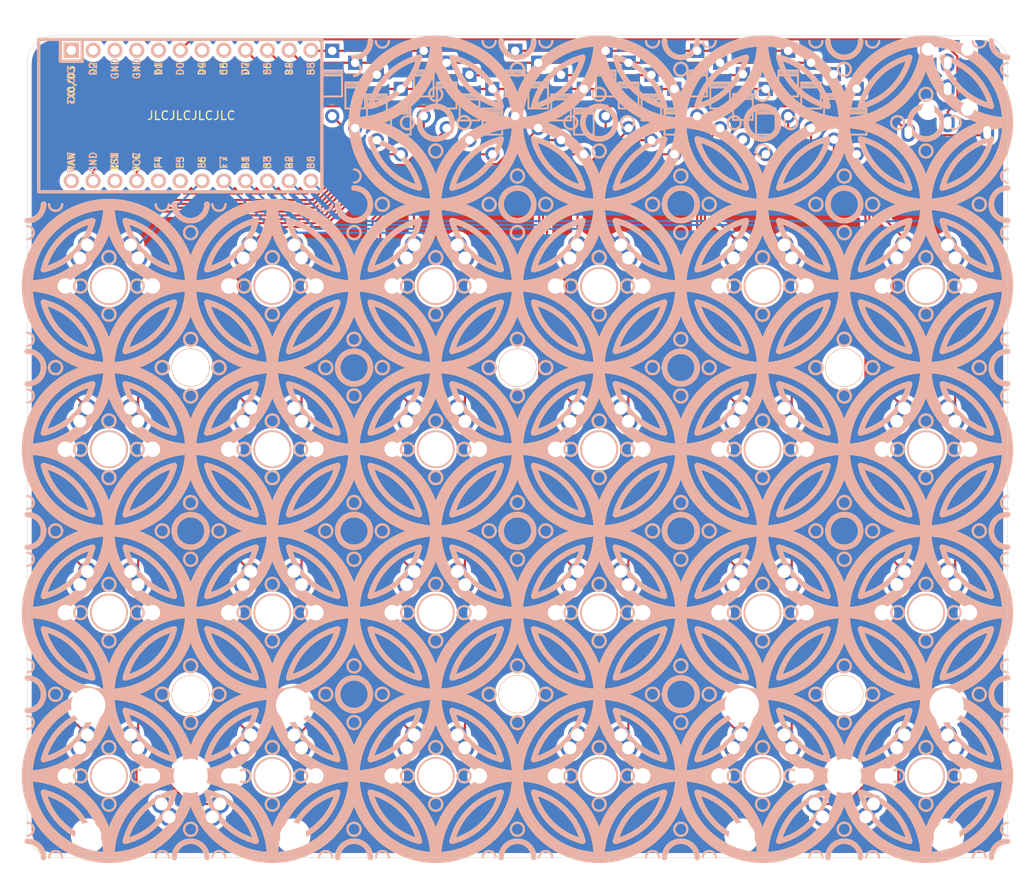
<source format=kicad_pcb>
(kicad_pcb (version 20171130) (host pcbnew 5.1.10)
  (layers (0 F.Cu signal) (31 B.Cu signal) (34 B.Paste user) (35 F.Paste user) (36 B.SilkS user) (37 F.SilkS user) (38 B.Mask user) (39 F.Mask user) (44 Edge.Cuts user))
  (net 0 "")
  (net 1 "Net-(diode1-Pad2)")
  (net 2 "Net-(diode2-Pad2)")
  (net 3 "Net-(diode3-Pad2)")
  (net 4 "Net-(diode4-Pad2)")
  (net 5 "Net-(diode5-Pad2)")
  (net 6 "Net-(diode6-Pad2)")
  (net 7 "Net-(diode7-Pad2)")
  (net 8 "Net-(diode8-Pad2)")
  (net 9 "Net-(diode9-Pad2)")
  (net 10 "Net-(diode10-Pad2)")
  (net 11 "Net-(diode11-Pad2)")
  (net 12 "Net-(diode12-Pad2)")
  (net 13 "Net-(diode13-Pad2)")
  (net 14 "Net-(diode14-Pad2)")
  (net 15 "Net-(diode15-Pad2)")
  (net 16 "Net-(diode16-Pad2)")
  (net 17 "Net-(diode17-Pad2)")
  (net 18 "Net-(diode18-Pad2)")
  (net 19 "Net-(diode19-Pad2)")
  (net 20 "Net-(diode20-Pad2)")
  (net 21 "Net-(diode21-Pad2)")
  (net 22 "Net-(diode22-Pad2)")
  (net 23 "Net-(diode23-Pad2)")
  (net 24 "Net-(diode24-Pad2)")
  (net 25 /GND)
  (net 26 /VCC)
  (net 27 /DATA)
  (net 28 /R1)
  (net 29 /R2)
  (net 30 /R3)
  (net 31 /R4)
  (net 32 /C1)
  (net 33 /C2)
  (net 34 /C3)
  (net 35 /C4)
  (net 36 /C5)
  (net 37 /C6)
  (module footprints:kawung (layer F.Cu) (at 95.25 -19.05)
    (fp_text reference H13 hide)
    (fp_text value MountingHole hide)
  )
  (module footprints:kawung (layer F.Cu) (at 76.2 -19.05)
    (fp_text reference H12 hide)
    (fp_text value MountingHole hide)
  )
  (module footprints:kawung (layer F.Cu) (at 57.15 -19.05)
    (fp_text reference H11 hide)
    (fp_text value MountingHole hide)
  )
  (module footprints:kawung (layer F.Cu) (at 38.1 -19.05)
    (fp_text reference H10 hide)
    (fp_text value MountingHole hide)
  )
  (module footprints:diode (layer F.Cu) (at 63.246 -20.828 180)
    (fp_text reference diode10 hide)
    (fp_text value diode hide)
    (pad 1 thru_hole rect (at 0 3.81 90) (size 1.651 1.651) (drill 0.9906) (layers *.Cu *.Mask) (net 29 /R2))
    (pad 2 thru_hole circle (at 0 -3.81 90) (size 1.651 1.651) (drill 0.9906) (layers *.Cu *.Mask) (net 10 "Net-(diode10-Pad2)"))
  )
  (module footprints:kawung_gedhe (layer F.Cu) (at 19.05 38.1)
    (fp_text reference H7 hide)
    (fp_text value MountingHole hide)
  )
  (module footprints:hole-m2-pcb (layer F.Cu) (at 85.725 47.625)
    (fp_text reference H6 hide)
    (fp_text value MountingHole hide)
    (pad "" np_thru_hole circle (at 0 0) (size 4.3 4.3) (drill 4.3) (layers *.Cu *.Mask))
  )
  (module footprints:hole-m2-pcb (layer F.Cu) (at 47.625 47.625)
    (fp_text reference H5 hide)
    (fp_text value MountingHole hide)
    (pad "" np_thru_hole circle (at 0 0) (size 4.3 4.3) (drill 4.3) (layers *.Cu *.Mask))
  )
  (module footprints:hole-m2-pcb (layer F.Cu) (at 9.525 47.625)
    (fp_text reference H4 hide)
    (fp_text value MountingHole hide)
    (pad "" np_thru_hole circle (at 0 0) (size 4.3 4.3) (drill 4.3) (layers *.Cu *.Mask))
  )
  (module footprints:hole-m2-pcb (layer F.Cu) (at 85.725 9.525)
    (fp_text reference H3 hide)
    (fp_text value MountingHole hide)
    (pad "" np_thru_hole circle (at 0 0) (size 4.3 4.3) (drill 4.3) (layers *.Cu *.Mask))
  )
  (module footprints:hole-m2-pcb (layer F.Cu) (at 47.625 9.525)
    (fp_text reference H2 hide)
    (fp_text value MountingHole hide)
    (pad "" np_thru_hole circle (at 0 0) (size 4.3 4.3) (drill 4.3) (layers *.Cu *.Mask))
  )
  (module footprints:hole-m2-pcb (layer F.Cu) (at 9.525 9.525)
    (fp_text reference H1 hide)
    (fp_text value MountingHole hide)
    (pad "" np_thru_hole circle (at 0 0) (size 4.3 4.3) (drill 4.3) (layers *.Cu *.Mask))
  )
  (module footprints:200-dual-no-3d (layer F.Cu) (at 85.725 57.15 180)
    (fp_text reference switch26 hide)
    (fp_text value switch hide)
    (pad 2 thru_hole circle (at 2.52 -4.79 180) (size 2.2 2.2) (drill 1.5) (layers *.Cu *.Mask) (net 24 "Net-(diode24-Pad2)"))
    (pad 1 thru_hole circle (at -2.52 -4.79 180) (size 2.2 2.2) (drill 1.5) (layers *.Cu *.Mask) (net 37 /C6))
    (pad 1 thru_hole circle (at -3.405 -3.27 209) (size 2.2 2.2) (drill 1.5) (layers *.Cu *.Mask) (net 37 /C6))
    (pad 2 thru_hole circle (at 3.405 -3.27 209) (size 2.2 2.2) (drill 1.5) (layers *.Cu *.Mask) (net 24 "Net-(diode24-Pad2)"))
    (pad "" np_thru_hole circle (at 11.938 8.255 180) (size 3.9878 3.9878) (drill 3.9878) (layers *.Cu *.Mask))
    (pad "" np_thru_hole circle (at -11.938 8.255 180) (size 3.9878 3.9878) (drill 3.9878) (layers *.Cu *.Mask))
    (pad "" np_thru_hole circle (at 11.938 -6.985 180) (size 3.048 3.048) (drill 3.048) (layers *.Cu *.Mask))
    (pad "" np_thru_hole circle (at -11.938 -6.985 180) (size 3.048 3.048) (drill 3.048) (layers *.Cu *.Mask))
    (pad "" np_thru_hole circle (at 5.08 0 180) (size 1.8 1.8) (drill 1.8) (layers *.Cu *.Mask))
    (pad "" np_thru_hole circle (at -5.08 0 180) (size 1.8 1.8) (drill 1.8) (layers *.Cu *.Mask))
    (pad "" np_thru_hole circle (at 0 0 180) (size 3.9878 3.9878) (drill 3.9878) (layers *.Cu *.Mask))
  )
  (module footprints:200-dual-no-3d (layer F.Cu) (at 9.525 57.15 180)
    (fp_text reference switch25 hide)
    (fp_text value switch hide)
    (pad 2 thru_hole circle (at 2.52 -4.79 180) (size 2.2 2.2) (drill 1.5) (layers *.Cu *.Mask) (net 19 "Net-(diode19-Pad2)"))
    (pad 1 thru_hole circle (at -2.52 -4.79 180) (size 2.2 2.2) (drill 1.5) (layers *.Cu *.Mask) (net 32 /C1))
    (pad 1 thru_hole circle (at -3.405 -3.27 209) (size 2.2 2.2) (drill 1.5) (layers *.Cu *.Mask) (net 32 /C1))
    (pad 2 thru_hole circle (at 3.405 -3.27 209) (size 2.2 2.2) (drill 1.5) (layers *.Cu *.Mask) (net 19 "Net-(diode19-Pad2)"))
    (pad "" np_thru_hole circle (at 11.938 8.255 180) (size 3.9878 3.9878) (drill 3.9878) (layers *.Cu *.Mask))
    (pad "" np_thru_hole circle (at -11.938 8.255 180) (size 3.9878 3.9878) (drill 3.9878) (layers *.Cu *.Mask))
    (pad "" np_thru_hole circle (at 11.938 -6.985 180) (size 3.048 3.048) (drill 3.048) (layers *.Cu *.Mask))
    (pad "" np_thru_hole circle (at -11.938 -6.985 180) (size 3.048 3.048) (drill 3.048) (layers *.Cu *.Mask))
    (pad "" np_thru_hole circle (at 5.08 0 180) (size 1.8 1.8) (drill 1.8) (layers *.Cu *.Mask))
    (pad "" np_thru_hole circle (at -5.08 0 180) (size 1.8 1.8) (drill 1.8) (layers *.Cu *.Mask))
    (pad "" np_thru_hole circle (at 0 0 180) (size 3.9878 3.9878) (drill 3.9878) (layers *.Cu *.Mask))
  )
  (module footprints:100-dual-no-3d (layer F.Cu) (at 95.25 57.15)
    (fp_text reference switch24 hide)
    (fp_text value switch hide)
    (pad 2 thru_hole circle (at 2.52 -4.79) (size 2.2 2.2) (drill 1.5) (layers *.Cu *.Mask) (net 37 /C6))
    (pad 1 thru_hole circle (at -2.52 -4.79) (size 2.2 2.2) (drill 1.5) (layers *.Cu *.Mask) (net 24 "Net-(diode24-Pad2)"))
    (pad 1 thru_hole circle (at -3.405 -3.27 29) (size 2.2 2.2) (drill 1.5) (layers *.Cu *.Mask) (net 24 "Net-(diode24-Pad2)"))
    (pad 2 thru_hole circle (at 3.405 -3.27 29) (size 2.2 2.2) (drill 1.5) (layers *.Cu *.Mask) (net 37 /C6))
    (pad "" np_thru_hole circle (at 5.08 0) (size 1.8 1.8) (drill 1.8) (layers *.Cu *.Mask))
    (pad "" np_thru_hole circle (at -5.08 0) (size 1.8 1.8) (drill 1.8) (layers *.Cu *.Mask))
    (pad "" np_thru_hole circle (at 0 0) (size 3.9878 3.9878) (drill 3.9878) (layers *.Cu *.Mask))
  )
  (module footprints:100-dual-no-3d (layer F.Cu) (at 76.2 57.15)
    (fp_text reference switch23 hide)
    (fp_text value switch hide)
    (pad 2 thru_hole circle (at 2.52 -4.79) (size 2.2 2.2) (drill 1.5) (layers *.Cu *.Mask) (net 36 /C5))
    (pad 1 thru_hole circle (at -2.52 -4.79) (size 2.2 2.2) (drill 1.5) (layers *.Cu *.Mask) (net 23 "Net-(diode23-Pad2)"))
    (pad 1 thru_hole circle (at -3.405 -3.27 29) (size 2.2 2.2) (drill 1.5) (layers *.Cu *.Mask) (net 23 "Net-(diode23-Pad2)"))
    (pad 2 thru_hole circle (at 3.405 -3.27 29) (size 2.2 2.2) (drill 1.5) (layers *.Cu *.Mask) (net 36 /C5))
    (pad "" np_thru_hole circle (at 5.08 0) (size 1.8 1.8) (drill 1.8) (layers *.Cu *.Mask))
    (pad "" np_thru_hole circle (at -5.08 0) (size 1.8 1.8) (drill 1.8) (layers *.Cu *.Mask))
    (pad "" np_thru_hole circle (at 0 0) (size 3.9878 3.9878) (drill 3.9878) (layers *.Cu *.Mask))
  )
  (module footprints:100-dual-no-3d (layer F.Cu) (at 57.15 57.15)
    (fp_text reference switch22 hide)
    (fp_text value switch hide)
    (pad 2 thru_hole circle (at 2.52 -4.79) (size 2.2 2.2) (drill 1.5) (layers *.Cu *.Mask) (net 35 /C4))
    (pad 1 thru_hole circle (at -2.52 -4.79) (size 2.2 2.2) (drill 1.5) (layers *.Cu *.Mask) (net 22 "Net-(diode22-Pad2)"))
    (pad 1 thru_hole circle (at -3.405 -3.27 29) (size 2.2 2.2) (drill 1.5) (layers *.Cu *.Mask) (net 22 "Net-(diode22-Pad2)"))
    (pad 2 thru_hole circle (at 3.405 -3.27 29) (size 2.2 2.2) (drill 1.5) (layers *.Cu *.Mask) (net 35 /C4))
    (pad "" np_thru_hole circle (at 5.08 0) (size 1.8 1.8) (drill 1.8) (layers *.Cu *.Mask))
    (pad "" np_thru_hole circle (at -5.08 0) (size 1.8 1.8) (drill 1.8) (layers *.Cu *.Mask))
    (pad "" np_thru_hole circle (at 0 0) (size 3.9878 3.9878) (drill 3.9878) (layers *.Cu *.Mask))
  )
  (module footprints:100-dual-no-3d (layer F.Cu) (at 38.1 57.15)
    (fp_text reference switch21 hide)
    (fp_text value switch hide)
    (pad 2 thru_hole circle (at 2.52 -4.79) (size 2.2 2.2) (drill 1.5) (layers *.Cu *.Mask) (net 34 /C3))
    (pad 1 thru_hole circle (at -2.52 -4.79) (size 2.2 2.2) (drill 1.5) (layers *.Cu *.Mask) (net 21 "Net-(diode21-Pad2)"))
    (pad 1 thru_hole circle (at -3.405 -3.27 29) (size 2.2 2.2) (drill 1.5) (layers *.Cu *.Mask) (net 21 "Net-(diode21-Pad2)"))
    (pad 2 thru_hole circle (at 3.405 -3.27 29) (size 2.2 2.2) (drill 1.5) (layers *.Cu *.Mask) (net 34 /C3))
    (pad "" np_thru_hole circle (at 5.08 0) (size 1.8 1.8) (drill 1.8) (layers *.Cu *.Mask))
    (pad "" np_thru_hole circle (at -5.08 0) (size 1.8 1.8) (drill 1.8) (layers *.Cu *.Mask))
    (pad "" np_thru_hole circle (at 0 0) (size 3.9878 3.9878) (drill 3.9878) (layers *.Cu *.Mask))
  )
  (module footprints:100-dual-no-3d (layer F.Cu) (at 19.05 57.15)
    (fp_text reference switch20 hide)
    (fp_text value switch hide)
    (pad 2 thru_hole circle (at 2.52 -4.79) (size 2.2 2.2) (drill 1.5) (layers *.Cu *.Mask) (net 33 /C2))
    (pad 1 thru_hole circle (at -2.52 -4.79) (size 2.2 2.2) (drill 1.5) (layers *.Cu *.Mask) (net 20 "Net-(diode20-Pad2)"))
    (pad 1 thru_hole circle (at -3.405 -3.27 29) (size 2.2 2.2) (drill 1.5) (layers *.Cu *.Mask) (net 20 "Net-(diode20-Pad2)"))
    (pad 2 thru_hole circle (at 3.405 -3.27 29) (size 2.2 2.2) (drill 1.5) (layers *.Cu *.Mask) (net 33 /C2))
    (pad "" np_thru_hole circle (at 5.08 0) (size 1.8 1.8) (drill 1.8) (layers *.Cu *.Mask))
    (pad "" np_thru_hole circle (at -5.08 0) (size 1.8 1.8) (drill 1.8) (layers *.Cu *.Mask))
    (pad "" np_thru_hole circle (at 0 0) (size 3.9878 3.9878) (drill 3.9878) (layers *.Cu *.Mask))
  )
  (module footprints:100-dual-no-3d (layer F.Cu) (at 0 57.15)
    (fp_text reference switch19 hide)
    (fp_text value switch hide)
    (pad 2 thru_hole circle (at 2.52 -4.79) (size 2.2 2.2) (drill 1.5) (layers *.Cu *.Mask) (net 32 /C1))
    (pad 1 thru_hole circle (at -2.52 -4.79) (size 2.2 2.2) (drill 1.5) (layers *.Cu *.Mask) (net 19 "Net-(diode19-Pad2)"))
    (pad 1 thru_hole circle (at -3.405 -3.27 29) (size 2.2 2.2) (drill 1.5) (layers *.Cu *.Mask) (net 19 "Net-(diode19-Pad2)"))
    (pad 2 thru_hole circle (at 3.405 -3.27 29) (size 2.2 2.2) (drill 1.5) (layers *.Cu *.Mask) (net 32 /C1))
    (pad "" np_thru_hole circle (at 5.08 0) (size 1.8 1.8) (drill 1.8) (layers *.Cu *.Mask))
    (pad "" np_thru_hole circle (at -5.08 0) (size 1.8 1.8) (drill 1.8) (layers *.Cu *.Mask))
    (pad "" np_thru_hole circle (at 0 0) (size 3.9878 3.9878) (drill 3.9878) (layers *.Cu *.Mask))
  )
  (module footprints:100-dual-no-3d (layer F.Cu) (at 95.25 38.1)
    (fp_text reference switch18 hide)
    (fp_text value switch hide)
    (pad 2 thru_hole circle (at 2.52 -4.79) (size 2.2 2.2) (drill 1.5) (layers *.Cu *.Mask) (net 37 /C6))
    (pad 1 thru_hole circle (at -2.52 -4.79) (size 2.2 2.2) (drill 1.5) (layers *.Cu *.Mask) (net 18 "Net-(diode18-Pad2)"))
    (pad 1 thru_hole circle (at -3.405 -3.27 29) (size 2.2 2.2) (drill 1.5) (layers *.Cu *.Mask) (net 18 "Net-(diode18-Pad2)"))
    (pad 2 thru_hole circle (at 3.405 -3.27 29) (size 2.2 2.2) (drill 1.5) (layers *.Cu *.Mask) (net 37 /C6))
    (pad "" np_thru_hole circle (at 5.08 0) (size 1.8 1.8) (drill 1.8) (layers *.Cu *.Mask))
    (pad "" np_thru_hole circle (at -5.08 0) (size 1.8 1.8) (drill 1.8) (layers *.Cu *.Mask))
    (pad "" np_thru_hole circle (at 0 0) (size 3.9878 3.9878) (drill 3.9878) (layers *.Cu *.Mask))
  )
  (module footprints:100-dual-no-3d (layer F.Cu) (at 76.2 38.1)
    (fp_text reference switch17 hide)
    (fp_text value switch hide)
    (pad 2 thru_hole circle (at 2.52 -4.79) (size 2.2 2.2) (drill 1.5) (layers *.Cu *.Mask) (net 36 /C5))
    (pad 1 thru_hole circle (at -2.52 -4.79) (size 2.2 2.2) (drill 1.5) (layers *.Cu *.Mask) (net 17 "Net-(diode17-Pad2)"))
    (pad 1 thru_hole circle (at -3.405 -3.27 29) (size 2.2 2.2) (drill 1.5) (layers *.Cu *.Mask) (net 17 "Net-(diode17-Pad2)"))
    (pad 2 thru_hole circle (at 3.405 -3.27 29) (size 2.2 2.2) (drill 1.5) (layers *.Cu *.Mask) (net 36 /C5))
    (pad "" np_thru_hole circle (at 5.08 0) (size 1.8 1.8) (drill 1.8) (layers *.Cu *.Mask))
    (pad "" np_thru_hole circle (at -5.08 0) (size 1.8 1.8) (drill 1.8) (layers *.Cu *.Mask))
    (pad "" np_thru_hole circle (at 0 0) (size 3.9878 3.9878) (drill 3.9878) (layers *.Cu *.Mask))
  )
  (module footprints:100-dual-no-3d (layer F.Cu) (at 57.15 38.1)
    (fp_text reference switch16 hide)
    (fp_text value switch hide)
    (pad 2 thru_hole circle (at 2.52 -4.79) (size 2.2 2.2) (drill 1.5) (layers *.Cu *.Mask) (net 35 /C4))
    (pad 1 thru_hole circle (at -2.52 -4.79) (size 2.2 2.2) (drill 1.5) (layers *.Cu *.Mask) (net 16 "Net-(diode16-Pad2)"))
    (pad 1 thru_hole circle (at -3.405 -3.27 29) (size 2.2 2.2) (drill 1.5) (layers *.Cu *.Mask) (net 16 "Net-(diode16-Pad2)"))
    (pad 2 thru_hole circle (at 3.405 -3.27 29) (size 2.2 2.2) (drill 1.5) (layers *.Cu *.Mask) (net 35 /C4))
    (pad "" np_thru_hole circle (at 5.08 0) (size 1.8 1.8) (drill 1.8) (layers *.Cu *.Mask))
    (pad "" np_thru_hole circle (at -5.08 0) (size 1.8 1.8) (drill 1.8) (layers *.Cu *.Mask))
    (pad "" np_thru_hole circle (at 0 0) (size 3.9878 3.9878) (drill 3.9878) (layers *.Cu *.Mask))
  )
  (module footprints:100-dual-no-3d (layer F.Cu) (at 38.1 38.1)
    (fp_text reference switch15 hide)
    (fp_text value switch hide)
    (pad 2 thru_hole circle (at 2.52 -4.79) (size 2.2 2.2) (drill 1.5) (layers *.Cu *.Mask) (net 34 /C3))
    (pad 1 thru_hole circle (at -2.52 -4.79) (size 2.2 2.2) (drill 1.5) (layers *.Cu *.Mask) (net 15 "Net-(diode15-Pad2)"))
    (pad 1 thru_hole circle (at -3.405 -3.27 29) (size 2.2 2.2) (drill 1.5) (layers *.Cu *.Mask) (net 15 "Net-(diode15-Pad2)"))
    (pad 2 thru_hole circle (at 3.405 -3.27 29) (size 2.2 2.2) (drill 1.5) (layers *.Cu *.Mask) (net 34 /C3))
    (pad "" np_thru_hole circle (at 5.08 0) (size 1.8 1.8) (drill 1.8) (layers *.Cu *.Mask))
    (pad "" np_thru_hole circle (at -5.08 0) (size 1.8 1.8) (drill 1.8) (layers *.Cu *.Mask))
    (pad "" np_thru_hole circle (at 0 0) (size 3.9878 3.9878) (drill 3.9878) (layers *.Cu *.Mask))
  )
  (module footprints:100-dual-no-3d (layer F.Cu) (at 19.05 38.1)
    (fp_text reference switch14 hide)
    (fp_text value switch hide)
    (pad 2 thru_hole circle (at 2.52 -4.79) (size 2.2 2.2) (drill 1.5) (layers *.Cu *.Mask) (net 33 /C2))
    (pad 1 thru_hole circle (at -2.52 -4.79) (size 2.2 2.2) (drill 1.5) (layers *.Cu *.Mask) (net 14 "Net-(diode14-Pad2)"))
    (pad 1 thru_hole circle (at -3.405 -3.27 29) (size 2.2 2.2) (drill 1.5) (layers *.Cu *.Mask) (net 14 "Net-(diode14-Pad2)"))
    (pad 2 thru_hole circle (at 3.405 -3.27 29) (size 2.2 2.2) (drill 1.5) (layers *.Cu *.Mask) (net 33 /C2))
    (pad "" np_thru_hole circle (at 5.08 0) (size 1.8 1.8) (drill 1.8) (layers *.Cu *.Mask))
    (pad "" np_thru_hole circle (at -5.08 0) (size 1.8 1.8) (drill 1.8) (layers *.Cu *.Mask))
    (pad "" np_thru_hole circle (at 0 0) (size 3.9878 3.9878) (drill 3.9878) (layers *.Cu *.Mask))
  )
  (module footprints:100-dual-no-3d (layer F.Cu) (at 0 38.1)
    (fp_text reference switch13 hide)
    (fp_text value switch hide)
    (pad 2 thru_hole circle (at 2.52 -4.79) (size 2.2 2.2) (drill 1.5) (layers *.Cu *.Mask) (net 32 /C1))
    (pad 1 thru_hole circle (at -2.52 -4.79) (size 2.2 2.2) (drill 1.5) (layers *.Cu *.Mask) (net 13 "Net-(diode13-Pad2)"))
    (pad 1 thru_hole circle (at -3.405 -3.27 29) (size 2.2 2.2) (drill 1.5) (layers *.Cu *.Mask) (net 13 "Net-(diode13-Pad2)"))
    (pad 2 thru_hole circle (at 3.405 -3.27 29) (size 2.2 2.2) (drill 1.5) (layers *.Cu *.Mask) (net 32 /C1))
    (pad "" np_thru_hole circle (at 5.08 0) (size 1.8 1.8) (drill 1.8) (layers *.Cu *.Mask))
    (pad "" np_thru_hole circle (at -5.08 0) (size 1.8 1.8) (drill 1.8) (layers *.Cu *.Mask))
    (pad "" np_thru_hole circle (at 0 0) (size 3.9878 3.9878) (drill 3.9878) (layers *.Cu *.Mask))
  )
  (module footprints:100-dual-no-3d (layer F.Cu) (at 95.25 19.05)
    (fp_text reference switch12 hide)
    (fp_text value switch hide)
    (pad 2 thru_hole circle (at 2.52 -4.79) (size 2.2 2.2) (drill 1.5) (layers *.Cu *.Mask) (net 37 /C6))
    (pad 1 thru_hole circle (at -2.52 -4.79) (size 2.2 2.2) (drill 1.5) (layers *.Cu *.Mask) (net 12 "Net-(diode12-Pad2)"))
    (pad 1 thru_hole circle (at -3.405 -3.27 29) (size 2.2 2.2) (drill 1.5) (layers *.Cu *.Mask) (net 12 "Net-(diode12-Pad2)"))
    (pad 2 thru_hole circle (at 3.405 -3.27 29) (size 2.2 2.2) (drill 1.5) (layers *.Cu *.Mask) (net 37 /C6))
    (pad "" np_thru_hole circle (at 5.08 0) (size 1.8 1.8) (drill 1.8) (layers *.Cu *.Mask))
    (pad "" np_thru_hole circle (at -5.08 0) (size 1.8 1.8) (drill 1.8) (layers *.Cu *.Mask))
    (pad "" np_thru_hole circle (at 0 0) (size 3.9878 3.9878) (drill 3.9878) (layers *.Cu *.Mask))
  )
  (module footprints:100-dual-no-3d (layer F.Cu) (at 76.2 19.05)
    (fp_text reference switch11 hide)
    (fp_text value switch hide)
    (pad 2 thru_hole circle (at 2.52 -4.79) (size 2.2 2.2) (drill 1.5) (layers *.Cu *.Mask) (net 36 /C5))
    (pad 1 thru_hole circle (at -2.52 -4.79) (size 2.2 2.2) (drill 1.5) (layers *.Cu *.Mask) (net 11 "Net-(diode11-Pad2)"))
    (pad 1 thru_hole circle (at -3.405 -3.27 29) (size 2.2 2.2) (drill 1.5) (layers *.Cu *.Mask) (net 11 "Net-(diode11-Pad2)"))
    (pad 2 thru_hole circle (at 3.405 -3.27 29) (size 2.2 2.2) (drill 1.5) (layers *.Cu *.Mask) (net 36 /C5))
    (pad "" np_thru_hole circle (at 5.08 0) (size 1.8 1.8) (drill 1.8) (layers *.Cu *.Mask))
    (pad "" np_thru_hole circle (at -5.08 0) (size 1.8 1.8) (drill 1.8) (layers *.Cu *.Mask))
    (pad "" np_thru_hole circle (at 0 0) (size 3.9878 3.9878) (drill 3.9878) (layers *.Cu *.Mask))
  )
  (module footprints:100-dual-no-3d (layer F.Cu) (at 57.15 19.05)
    (fp_text reference switch10 hide)
    (fp_text value switch hide)
    (pad 2 thru_hole circle (at 2.52 -4.79) (size 2.2 2.2) (drill 1.5) (layers *.Cu *.Mask) (net 35 /C4))
    (pad 1 thru_hole circle (at -2.52 -4.79) (size 2.2 2.2) (drill 1.5) (layers *.Cu *.Mask) (net 10 "Net-(diode10-Pad2)"))
    (pad 1 thru_hole circle (at -3.405 -3.27 29) (size 2.2 2.2) (drill 1.5) (layers *.Cu *.Mask) (net 10 "Net-(diode10-Pad2)"))
    (pad 2 thru_hole circle (at 3.405 -3.27 29) (size 2.2 2.2) (drill 1.5) (layers *.Cu *.Mask) (net 35 /C4))
    (pad "" np_thru_hole circle (at 5.08 0) (size 1.8 1.8) (drill 1.8) (layers *.Cu *.Mask))
    (pad "" np_thru_hole circle (at -5.08 0) (size 1.8 1.8) (drill 1.8) (layers *.Cu *.Mask))
    (pad "" np_thru_hole circle (at 0 0) (size 3.9878 3.9878) (drill 3.9878) (layers *.Cu *.Mask))
  )
  (module footprints:100-dual-no-3d (layer F.Cu) (at 38.1 19.05)
    (fp_text reference switch9 hide)
    (fp_text value switch hide)
    (pad 2 thru_hole circle (at 2.52 -4.79) (size 2.2 2.2) (drill 1.5) (layers *.Cu *.Mask) (net 34 /C3))
    (pad 1 thru_hole circle (at -2.52 -4.79) (size 2.2 2.2) (drill 1.5) (layers *.Cu *.Mask) (net 9 "Net-(diode9-Pad2)"))
    (pad 1 thru_hole circle (at -3.405 -3.27 29) (size 2.2 2.2) (drill 1.5) (layers *.Cu *.Mask) (net 9 "Net-(diode9-Pad2)"))
    (pad 2 thru_hole circle (at 3.405 -3.27 29) (size 2.2 2.2) (drill 1.5) (layers *.Cu *.Mask) (net 34 /C3))
    (pad "" np_thru_hole circle (at 5.08 0) (size 1.8 1.8) (drill 1.8) (layers *.Cu *.Mask))
    (pad "" np_thru_hole circle (at -5.08 0) (size 1.8 1.8) (drill 1.8) (layers *.Cu *.Mask))
    (pad "" np_thru_hole circle (at 0 0) (size 3.9878 3.9878) (drill 3.9878) (layers *.Cu *.Mask))
  )
  (module footprints:100-dual-no-3d (layer F.Cu) (at 19.05 19.05)
    (fp_text reference switch8 hide)
    (fp_text value switch hide)
    (pad 2 thru_hole circle (at 2.52 -4.79) (size 2.2 2.2) (drill 1.5) (layers *.Cu *.Mask) (net 33 /C2))
    (pad 1 thru_hole circle (at -2.52 -4.79) (size 2.2 2.2) (drill 1.5) (layers *.Cu *.Mask) (net 8 "Net-(diode8-Pad2)"))
    (pad 1 thru_hole circle (at -3.405 -3.27 29) (size 2.2 2.2) (drill 1.5) (layers *.Cu *.Mask) (net 8 "Net-(diode8-Pad2)"))
    (pad 2 thru_hole circle (at 3.405 -3.27 29) (size 2.2 2.2) (drill 1.5) (layers *.Cu *.Mask) (net 33 /C2))
    (pad "" np_thru_hole circle (at 5.08 0) (size 1.8 1.8) (drill 1.8) (layers *.Cu *.Mask))
    (pad "" np_thru_hole circle (at -5.08 0) (size 1.8 1.8) (drill 1.8) (layers *.Cu *.Mask))
    (pad "" np_thru_hole circle (at 0 0) (size 3.9878 3.9878) (drill 3.9878) (layers *.Cu *.Mask))
  )
  (module footprints:100-dual-no-3d (layer F.Cu) (at 0 19.05)
    (fp_text reference switch7 hide)
    (fp_text value switch hide)
    (pad 2 thru_hole circle (at 2.52 -4.79) (size 2.2 2.2) (drill 1.5) (layers *.Cu *.Mask) (net 32 /C1))
    (pad 1 thru_hole circle (at -2.52 -4.79) (size 2.2 2.2) (drill 1.5) (layers *.Cu *.Mask) (net 7 "Net-(diode7-Pad2)"))
    (pad 1 thru_hole circle (at -3.405 -3.27 29) (size 2.2 2.2) (drill 1.5) (layers *.Cu *.Mask) (net 7 "Net-(diode7-Pad2)"))
    (pad 2 thru_hole circle (at 3.405 -3.27 29) (size 2.2 2.2) (drill 1.5) (layers *.Cu *.Mask) (net 32 /C1))
    (pad "" np_thru_hole circle (at 5.08 0) (size 1.8 1.8) (drill 1.8) (layers *.Cu *.Mask))
    (pad "" np_thru_hole circle (at -5.08 0) (size 1.8 1.8) (drill 1.8) (layers *.Cu *.Mask))
    (pad "" np_thru_hole circle (at 0 0) (size 3.9878 3.9878) (drill 3.9878) (layers *.Cu *.Mask))
  )
  (module footprints:100-dual-no-3d (layer F.Cu) (at 95.25 0)
    (fp_text reference switch6 hide)
    (fp_text value switch hide)
    (pad 2 thru_hole circle (at 2.52 -4.79) (size 2.2 2.2) (drill 1.5) (layers *.Cu *.Mask) (net 37 /C6))
    (pad 1 thru_hole circle (at -2.52 -4.79) (size 2.2 2.2) (drill 1.5) (layers *.Cu *.Mask) (net 6 "Net-(diode6-Pad2)"))
    (pad 1 thru_hole circle (at -3.405 -3.27 29) (size 2.2 2.2) (drill 1.5) (layers *.Cu *.Mask) (net 6 "Net-(diode6-Pad2)"))
    (pad 2 thru_hole circle (at 3.405 -3.27 29) (size 2.2 2.2) (drill 1.5) (layers *.Cu *.Mask) (net 37 /C6))
    (pad "" np_thru_hole circle (at 5.08 0) (size 1.8 1.8) (drill 1.8) (layers *.Cu *.Mask))
    (pad "" np_thru_hole circle (at -5.08 0) (size 1.8 1.8) (drill 1.8) (layers *.Cu *.Mask))
    (pad "" np_thru_hole circle (at 0 0) (size 3.9878 3.9878) (drill 3.9878) (layers *.Cu *.Mask))
  )
  (module footprints:100-dual-no-3d (layer F.Cu) (at 76.2 0)
    (fp_text reference switch5 hide)
    (fp_text value switch hide)
    (pad 2 thru_hole circle (at 2.52 -4.79) (size 2.2 2.2) (drill 1.5) (layers *.Cu *.Mask) (net 36 /C5))
    (pad 1 thru_hole circle (at -2.52 -4.79) (size 2.2 2.2) (drill 1.5) (layers *.Cu *.Mask) (net 5 "Net-(diode5-Pad2)"))
    (pad 1 thru_hole circle (at -3.405 -3.27 29) (size 2.2 2.2) (drill 1.5) (layers *.Cu *.Mask) (net 5 "Net-(diode5-Pad2)"))
    (pad 2 thru_hole circle (at 3.405 -3.27 29) (size 2.2 2.2) (drill 1.5) (layers *.Cu *.Mask) (net 36 /C5))
    (pad "" np_thru_hole circle (at 5.08 0) (size 1.8 1.8) (drill 1.8) (layers *.Cu *.Mask))
    (pad "" np_thru_hole circle (at -5.08 0) (size 1.8 1.8) (drill 1.8) (layers *.Cu *.Mask))
    (pad "" np_thru_hole circle (at 0 0) (size 3.9878 3.9878) (drill 3.9878) (layers *.Cu *.Mask))
  )
  (module footprints:100-dual-no-3d (layer F.Cu) (at 57.15 0)
    (fp_text reference switch4 hide)
    (fp_text value switch hide)
    (pad 2 thru_hole circle (at 2.52 -4.79) (size 2.2 2.2) (drill 1.5) (layers *.Cu *.Mask) (net 35 /C4))
    (pad 1 thru_hole circle (at -2.52 -4.79) (size 2.2 2.2) (drill 1.5) (layers *.Cu *.Mask) (net 4 "Net-(diode4-Pad2)"))
    (pad 1 thru_hole circle (at -3.405 -3.27 29) (size 2.2 2.2) (drill 1.5) (layers *.Cu *.Mask) (net 4 "Net-(diode4-Pad2)"))
    (pad 2 thru_hole circle (at 3.405 -3.27 29) (size 2.2 2.2) (drill 1.5) (layers *.Cu *.Mask) (net 35 /C4))
    (pad "" np_thru_hole circle (at 5.08 0) (size 1.8 1.8) (drill 1.8) (layers *.Cu *.Mask))
    (pad "" np_thru_hole circle (at -5.08 0) (size 1.8 1.8) (drill 1.8) (layers *.Cu *.Mask))
    (pad "" np_thru_hole circle (at 0 0) (size 3.9878 3.9878) (drill 3.9878) (layers *.Cu *.Mask))
  )
  (module footprints:100-dual-no-3d (layer F.Cu) (at 38.1 0)
    (fp_text reference switch3 hide)
    (fp_text value switch hide)
    (pad 2 thru_hole circle (at 2.52 -4.79) (size 2.2 2.2) (drill 1.5) (layers *.Cu *.Mask) (net 34 /C3))
    (pad 1 thru_hole circle (at -2.52 -4.79) (size 2.2 2.2) (drill 1.5) (layers *.Cu *.Mask) (net 3 "Net-(diode3-Pad2)"))
    (pad 1 thru_hole circle (at -3.405 -3.27 29) (size 2.2 2.2) (drill 1.5) (layers *.Cu *.Mask) (net 3 "Net-(diode3-Pad2)"))
    (pad 2 thru_hole circle (at 3.405 -3.27 29) (size 2.2 2.2) (drill 1.5) (layers *.Cu *.Mask) (net 34 /C3))
    (pad "" np_thru_hole circle (at 5.08 0) (size 1.8 1.8) (drill 1.8) (layers *.Cu *.Mask))
    (pad "" np_thru_hole circle (at -5.08 0) (size 1.8 1.8) (drill 1.8) (layers *.Cu *.Mask))
    (pad "" np_thru_hole circle (at 0 0) (size 3.9878 3.9878) (drill 3.9878) (layers *.Cu *.Mask))
  )
  (module footprints:100-dual-no-3d (layer F.Cu) (at 19.05 0)
    (fp_text reference switch2 hide)
    (fp_text value switch hide)
    (pad 2 thru_hole circle (at 2.52 -4.79) (size 2.2 2.2) (drill 1.5) (layers *.Cu *.Mask) (net 33 /C2))
    (pad 1 thru_hole circle (at -2.52 -4.79) (size 2.2 2.2) (drill 1.5) (layers *.Cu *.Mask) (net 2 "Net-(diode2-Pad2)"))
    (pad 1 thru_hole circle (at -3.405 -3.27 29) (size 2.2 2.2) (drill 1.5) (layers *.Cu *.Mask) (net 2 "Net-(diode2-Pad2)"))
    (pad 2 thru_hole circle (at 3.405 -3.27 29) (size 2.2 2.2) (drill 1.5) (layers *.Cu *.Mask) (net 33 /C2))
    (pad "" np_thru_hole circle (at 5.08 0) (size 1.8 1.8) (drill 1.8) (layers *.Cu *.Mask))
    (pad "" np_thru_hole circle (at -5.08 0) (size 1.8 1.8) (drill 1.8) (layers *.Cu *.Mask))
    (pad "" np_thru_hole circle (at 0 0) (size 3.9878 3.9878) (drill 3.9878) (layers *.Cu *.Mask))
  )
  (module footprints:100-dual-no-3d (layer F.Cu) (at 0 0)
    (fp_text reference switch1 hide)
    (fp_text value switch hide)
    (pad 2 thru_hole circle (at 2.52 -4.79) (size 2.2 2.2) (drill 1.5) (layers *.Cu *.Mask) (net 32 /C1))
    (pad 1 thru_hole circle (at -2.52 -4.79) (size 2.2 2.2) (drill 1.5) (layers *.Cu *.Mask) (net 1 "Net-(diode1-Pad2)"))
    (pad 1 thru_hole circle (at -3.405 -3.27 29) (size 2.2 2.2) (drill 1.5) (layers *.Cu *.Mask) (net 1 "Net-(diode1-Pad2)"))
    (pad 2 thru_hole circle (at 3.405 -3.27 29) (size 2.2 2.2) (drill 1.5) (layers *.Cu *.Mask) (net 32 /C1))
    (pad "" np_thru_hole circle (at 5.08 0) (size 1.8 1.8) (drill 1.8) (layers *.Cu *.Mask))
    (pad "" np_thru_hole circle (at -5.08 0) (size 1.8 1.8) (drill 1.8) (layers *.Cu *.Mask))
    (pad "" np_thru_hole circle (at 0 0) (size 3.9878 3.9878) (drill 3.9878) (layers *.Cu *.Mask))
  )
  (module footprints:promicro (layer B.Cu) (at 9.5885 -19.8755)
    (fp_text reference U1 hide)
    (fp_text value promicro hide)
    (fp_text user JLCJLCJLCJLC (at 0 0) (layer F.SilkS))
    (fp_text user ST (at -8.91 5.04 -90) (layer F.SilkS) (effects (font (size 0.8 0.8))))
    (fp_text user TX0/D3 (at -13.97 -3.571872 -90) (layer B.SilkS) (effects (font (size 0.8 0.8)) (justify mirror)))
    (fp_text user TX0/D3 (at -13.97 -3.571872 -90) (layer F.SilkS) (effects (font (size 0.8 0.8))))
    (fp_text user D2 (at -11.43 -5.461 -90) (layer B.SilkS) (effects (font (size 0.8 0.8)) (justify mirror)))
    (fp_text user D0 (at -1.27 -5.461 -90) (layer B.SilkS) (effects (font (size 0.8 0.8)) (justify mirror)))
    (fp_text user D1 (at -3.81 -5.461 -90) (layer B.SilkS) (effects (font (size 0.8 0.8)) (justify mirror)))
    (fp_text user GND (at -6.35 -5.461 -90) (layer B.SilkS) (effects (font (size 0.8 0.8)) (justify mirror)))
    (fp_text user GND (at -8.89 -5.461 -90) (layer B.SilkS) (effects (font (size 0.8 0.8)) (justify mirror)))
    (fp_text user D4 (at 1.27 -5.461 -90) (layer B.SilkS) (effects (font (size 0.8 0.8)) (justify mirror)))
    (fp_text user C6 (at 3.81 -5.461 -90) (layer B.SilkS) (effects (font (size 0.8 0.8)) (justify mirror)))
    (fp_text user D7 (at 6.35 -5.461 -90) (layer B.SilkS) (effects (font (size 0.8 0.8)) (justify mirror)))
    (fp_text user E6 (at 8.89 -5.461 -90) (layer B.SilkS) (effects (font (size 0.8 0.8)) (justify mirror)))
    (fp_text user B4 (at 11.43 -5.461 -90) (layer B.SilkS) (effects (font (size 0.8 0.8)) (justify mirror)))
    (fp_text user B5 (at 13.97 -5.461 -90) (layer B.SilkS) (effects (font (size 0.8 0.8)) (justify mirror)))
    (fp_text user B6 (at 13.97 5.461 -90) (layer B.SilkS) (effects (font (size 0.8 0.8)) (justify mirror)))
    (fp_text user B2 (at 11.43 5.461 -90) (layer F.SilkS) (effects (font (size 0.8 0.8))))
    (fp_text user B3 (at 8.89 5.461 -90) (layer B.SilkS) (effects (font (size 0.8 0.8)) (justify mirror)))
    (fp_text user B1 (at 6.35 5.461 -90) (layer B.SilkS) (effects (font (size 0.8 0.8)) (justify mirror)))
    (fp_text user F7 (at 3.81 5.461 -90) (layer F.SilkS) (effects (font (size 0.8 0.8))))
    (fp_text user F6 (at 1.27 5.461 -90) (layer F.SilkS) (effects (font (size 0.8 0.8))))
    (fp_text user F5 (at -1.27 5.461 -90) (layer F.SilkS) (effects (font (size 0.8 0.8))))
    (fp_text user F4 (at -3.81 5.461 -90) (layer B.SilkS) (effects (font (size 0.8 0.8)) (justify mirror)))
    (fp_text user VCC (at -6.35 5.461 -90) (layer B.SilkS) (effects (font (size 0.8 0.8)) (justify mirror)))
    (fp_text user ST (at -8.92 5.73312 -90) (layer B.SilkS) (effects (font (size 0.8 0.8)) (justify mirror)))
    (fp_text user GND (at -11.43 5.461 -90) (layer B.SilkS) (effects (font (size 0.8 0.8)) (justify mirror)))
    (fp_text user RAW (at -13.97 5.461 -90) (layer B.SilkS) (effects (font (size 0.8 0.8)) (justify mirror)))
    (fp_text user RAW (at -13.97 5.461 -90) (layer F.SilkS) (effects (font (size 0.8 0.8))))
    (fp_text user GND (at -11.43 5.461 -90) (layer F.SilkS) (effects (font (size 0.8 0.8))))
    (fp_text user VCC (at -6.35 5.461 -90) (layer F.SilkS) (effects (font (size 0.8 0.8))))
    (fp_text user F4 (at -3.81 5.461 -90) (layer F.SilkS) (effects (font (size 0.8 0.8))))
    (fp_text user F5 (at -1.27 5.461 -90) (layer B.SilkS) (effects (font (size 0.8 0.8)) (justify mirror)))
    (fp_text user F6 (at 1.27 5.461 -90) (layer B.SilkS) (effects (font (size 0.8 0.8)) (justify mirror)))
    (fp_text user F7 (at 3.81 5.461 -90) (layer B.SilkS) (effects (font (size 0.8 0.8)) (justify mirror)))
    (fp_text user B1 (at 6.35 5.461 -90) (layer F.SilkS) (effects (font (size 0.8 0.8))))
    (fp_text user B3 (at 8.89 5.461 -90) (layer F.SilkS) (effects (font (size 0.8 0.8))))
    (fp_text user B2 (at 11.43 5.461 -90) (layer B.SilkS) (effects (font (size 0.8 0.8)) (justify mirror)))
    (fp_text user B6 (at 13.97 5.461 -90) (layer F.SilkS) (effects (font (size 0.8 0.8))))
    (fp_text user B5 (at 13.97 -5.461 -90) (layer F.SilkS) (effects (font (size 0.8 0.8))))
    (fp_text user B4 (at 11.43 -5.461 -90) (layer F.SilkS) (effects (font (size 0.8 0.8))))
    (fp_text user E6 (at 8.89 -5.461 -90) (layer F.SilkS) (effects (font (size 0.8 0.8))))
    (fp_text user D7 (at 6.35 -5.461 -90) (layer F.SilkS) (effects (font (size 0.8 0.8))))
    (fp_text user C6 (at 3.81 -5.461 -90) (layer F.SilkS) (effects (font (size 0.8 0.8))))
    (fp_text user D4 (at 1.27 -5.461 -90) (layer F.SilkS) (effects (font (size 0.8 0.8))))
    (fp_text user GND (at -8.89 -5.461 -90) (layer F.SilkS) (effects (font (size 0.8 0.8))))
    (fp_text user GND (at -6.35 -5.461 -90) (layer F.SilkS) (effects (font (size 0.8 0.8))))
    (fp_text user D1 (at -3.81 -5.461 -90) (layer F.SilkS) (effects (font (size 0.8 0.8))))
    (fp_text user D0 (at -1.27 -5.461 -90) (layer F.SilkS) (effects (font (size 0.8 0.8))))
    (fp_text user D2 (at -11.43 -5.461 -90) (layer F.SilkS) (effects (font (size 0.8 0.8))))
    (pad 24 thru_hole circle (at -13.97 7.62) (size 1.7526 1.7526) (drill 1.0922) (layers *.Cu *.SilkS *.Mask))
    (pad 12 thru_hole circle (at 13.97 -7.62) (size 1.7526 1.7526) (drill 1.0922) (layers *.Cu *.SilkS *.Mask) (net 31 /R4))
    (pad 23 thru_hole circle (at -11.43 7.62) (size 1.7526 1.7526) (drill 1.0922) (layers *.Cu *.SilkS *.Mask) (net 25 /GND))
    (pad 22 thru_hole circle (at -8.89 7.62) (size 1.7526 1.7526) (drill 1.0922) (layers *.Cu *.SilkS *.Mask))
    (pad 21 thru_hole circle (at -6.35 7.62) (size 1.7526 1.7526) (drill 1.0922) (layers *.Cu *.SilkS *.Mask) (net 26 /VCC))
    (pad 20 thru_hole circle (at -3.81 7.62) (size 1.7526 1.7526) (drill 1.0922) (layers *.Cu *.SilkS *.Mask))
    (pad 19 thru_hole circle (at -1.27 7.62) (size 1.7526 1.7526) (drill 1.0922) (layers *.Cu *.SilkS *.Mask))
    (pad 18 thru_hole circle (at 1.27 7.62) (size 1.7526 1.7526) (drill 1.0922) (layers *.Cu *.SilkS *.Mask) (net 32 /C1))
    (pad 17 thru_hole circle (at 3.81 7.62) (size 1.7526 1.7526) (drill 1.0922) (layers *.Cu *.SilkS *.Mask) (net 33 /C2))
    (pad 16 thru_hole circle (at 6.35 7.62) (size 1.7526 1.7526) (drill 1.0922) (layers *.Cu *.SilkS *.Mask) (net 34 /C3))
    (pad 15 thru_hole circle (at 8.89 7.62) (size 1.7526 1.7526) (drill 1.0922) (layers *.Cu *.SilkS *.Mask) (net 35 /C4))
    (pad 14 thru_hole circle (at 11.43 7.62) (size 1.7526 1.7526) (drill 1.0922) (layers *.Cu *.SilkS *.Mask) (net 36 /C5))
    (pad 13 thru_hole circle (at 13.97 7.62) (size 1.7526 1.7526) (drill 1.0922) (layers *.Cu *.SilkS *.Mask) (net 37 /C6))
    (pad 11 thru_hole circle (at 11.43 -7.62) (size 1.7526 1.7526) (drill 1.0922) (layers *.Cu *.SilkS *.Mask) (net 30 /R3))
    (pad 10 thru_hole circle (at 8.89 -7.62) (size 1.7526 1.7526) (drill 1.0922) (layers *.Cu *.SilkS *.Mask) (net 29 /R2))
    (pad 9 thru_hole circle (at 6.35 -7.62) (size 1.7526 1.7526) (drill 1.0922) (layers *.Cu *.SilkS *.Mask) (net 28 /R1))
    (pad 8 thru_hole circle (at 3.81 -7.62) (size 1.7526 1.7526) (drill 1.0922) (layers *.Cu *.SilkS *.Mask))
    (pad 7 thru_hole circle (at 1.27 -7.62) (size 1.7526 1.7526) (drill 1.0922) (layers *.Cu *.SilkS *.Mask))
    (pad 6 thru_hole circle (at -1.27 -7.62) (size 1.7526 1.7526) (drill 1.0922) (layers *.Cu *.SilkS *.Mask) (net 27 /DATA))
    (pad 5 thru_hole circle (at -3.81 -7.62) (size 1.7526 1.7526) (drill 1.0922) (layers *.Cu *.SilkS *.Mask))
    (pad 4 thru_hole circle (at -6.35 -7.62) (size 1.7526 1.7526) (drill 1.0922) (layers *.Cu *.SilkS *.Mask))
    (pad 3 thru_hole circle (at -8.89 -7.62) (size 1.7526 1.7526) (drill 1.0922) (layers *.Cu *.SilkS *.Mask))
    (pad 2 thru_hole circle (at -11.43 -7.62) (size 1.7526 1.7526) (drill 1.0922) (layers *.Cu *.SilkS *.Mask))
    (pad 1 thru_hole rect (at -13.97 -7.62) (size 1.7526 1.7526) (drill 1.0922) (layers *.Cu *.SilkS *.Mask))
  )
  (module footprints:diode (layer F.Cu) (at 87.1855 -19.177 180)
    (fp_text reference diode6 hide)
    (fp_text value diode hide)
    (pad 1 thru_hole rect (at 0 3.81 90) (size 1.651 1.651) (drill 0.9906) (layers *.Cu *.Mask) (net 28 /R1))
    (pad 2 thru_hole circle (at 0 -3.81 90) (size 1.651 1.651) (drill 0.9906) (layers *.Cu *.Mask) (net 6 "Net-(diode6-Pad2)"))
  )
  (module footprints:diode (layer F.Cu) (at 44.704 -19.177 180)
    (fp_text reference diode2 hide)
    (fp_text value diode hide)
    (pad 1 thru_hole rect (at 0 3.81 90) (size 1.651 1.651) (drill 0.9906) (layers *.Cu *.Mask) (net 28 /R1))
    (pad 2 thru_hole circle (at 0 -3.81 90) (size 1.651 1.651) (drill 0.9906) (layers *.Cu *.Mask) (net 2 "Net-(diode2-Pad2)"))
  )
  (module footprints:diode (layer F.Cu) (at 79.1845 -23.622 180)
    (fp_text reference diode24 hide)
    (fp_text value diode hide)
    (pad 1 thru_hole rect (at 0 3.81 90) (size 1.651 1.651) (drill 0.9906) (layers *.Cu *.Mask) (net 31 /R4))
    (pad 2 thru_hole circle (at 0 -3.81 90) (size 1.651 1.651) (drill 0.9906) (layers *.Cu *.Mask) (net 24 "Net-(diode24-Pad2)"))
  )
  (module footprints:trrs (layer F.Cu) (at 97.79 -29.21)
    (fp_text reference U2)
    (fp_text value trrs)
    (pad 3 thru_hole oval (at 0 6.2) (size 1.6 2.2) (drill oval 0.9 1.5) (layers *.Cu *.Mask) (net 25 /GND))
    (pad "" np_thru_hole circle (at -2.3 1.6) (size 1.5 1.5) (drill 1.5) (layers *.Cu *.Mask))
    (pad "" np_thru_hole circle (at -2.3 8.6) (size 1.5 1.5) (drill 1.5) (layers *.Cu *.Mask))
    (pad 4 thru_hole oval (at 0 3.2) (size 1.6 2.2) (drill oval 0.9 1.5) (layers *.Cu *.Mask))
    (pad 2 thru_hole oval (at 0 10.2) (size 1.6 2.2) (drill oval 0.9 1.5) (layers *.Cu *.Mask) (net 27 /DATA))
    (pad 1 thru_hole oval (at -4.6 11.3) (size 1.6 2.2) (drill oval 0.9 1.5) (layers *.Cu *.Mask) (net 26 /VCC))
    (pad 1 thru_hole oval (at 4.6 11.3) (size 1.6 2.2) (drill oval 0.9 1.5) (layers *.Cu *.Mask) (net 26 /VCC))
    (pad "" np_thru_hole circle (at 2.3 1.6) (size 1.5 1.5) (drill 1.5) (layers *.Cu *.Mask))
    (pad "" np_thru_hole circle (at 2.3 8.6) (size 1.5 1.5) (drill 1.5) (layers *.Cu *.Mask))
  )
  (module footprints:diode (layer F.Cu) (at 68.58 -23.622 180)
    (fp_text reference diode23 hide)
    (fp_text value diode hide)
    (pad 1 thru_hole rect (at 0 3.81 90) (size 1.651 1.651) (drill 0.9906) (layers *.Cu *.Mask) (net 31 /R4))
    (pad 2 thru_hole circle (at 0 -3.81 90) (size 1.651 1.651) (drill 0.9906) (layers *.Cu *.Mask) (net 23 "Net-(diode23-Pad2)"))
  )
  (module footprints:diode (layer F.Cu) (at 57.912 -23.622 180)
    (fp_text reference diode22 hide)
    (fp_text value diode hide)
    (pad 1 thru_hole rect (at 0 3.81 90) (size 1.651 1.651) (drill 0.9906) (layers *.Cu *.Mask) (net 31 /R4))
    (pad 2 thru_hole circle (at 0 -3.81 90) (size 1.651 1.651) (drill 0.9906) (layers *.Cu *.Mask) (net 22 "Net-(diode22-Pad2)"))
  )
  (module footprints:diode (layer F.Cu) (at 47.371 -23.622 180)
    (fp_text reference diode21 hide)
    (fp_text value diode hide)
    (pad 1 thru_hole rect (at 0 3.81 90) (size 1.651 1.651) (drill 0.9906) (layers *.Cu *.Mask) (net 31 /R4))
    (pad 2 thru_hole circle (at 0 -3.81 90) (size 1.651 1.651) (drill 0.9906) (layers *.Cu *.Mask) (net 21 "Net-(diode21-Pad2)"))
  )
  (module footprints:diode (layer F.Cu) (at 36.703 -23.622 180)
    (fp_text reference diode20 hide)
    (fp_text value diode hide)
    (pad 1 thru_hole rect (at 0 3.81 90) (size 1.651 1.651) (drill 0.9906) (layers *.Cu *.Mask) (net 31 /R4))
    (pad 2 thru_hole circle (at 0 -3.81 90) (size 1.651 1.651) (drill 0.9906) (layers *.Cu *.Mask) (net 20 "Net-(diode20-Pad2)"))
  )
  (module footprints:diode (layer F.Cu) (at 26.035 -23.622 180)
    (fp_text reference diode19 hide)
    (fp_text value diode hide)
    (pad 1 thru_hole rect (at 0 3.81 90) (size 1.651 1.651) (drill 0.9906) (layers *.Cu *.Mask) (net 31 /R4))
    (pad 2 thru_hole circle (at 0 -3.81 90) (size 1.651 1.651) (drill 0.9906) (layers *.Cu *.Mask) (net 19 "Net-(diode19-Pad2)"))
  )
  (module footprints:diode (layer F.Cu) (at 81.8515 -22.225 180)
    (fp_text reference diode18 hide)
    (fp_text value diode hide)
    (pad 1 thru_hole rect (at 0 3.81 90) (size 1.651 1.651) (drill 0.9906) (layers *.Cu *.Mask) (net 30 /R3))
    (pad 2 thru_hole circle (at 0 -3.81 90) (size 1.651 1.651) (drill 0.9906) (layers *.Cu *.Mask) (net 18 "Net-(diode18-Pad2)"))
  )
  (module footprints:diode (layer F.Cu) (at 71.247 -22.225 180)
    (fp_text reference diode17 hide)
    (fp_text value diode hide)
    (pad 1 thru_hole rect (at 0 3.81 90) (size 1.651 1.651) (drill 0.9906) (layers *.Cu *.Mask) (net 30 /R3))
    (pad 2 thru_hole circle (at 0 -3.81 90) (size 1.651 1.651) (drill 0.9906) (layers *.Cu *.Mask) (net 17 "Net-(diode17-Pad2)"))
  )
  (module footprints:diode (layer F.Cu) (at 60.579 -22.225 180)
    (fp_text reference diode16 hide)
    (fp_text value diode hide)
    (pad 1 thru_hole rect (at 0 3.81 90) (size 1.651 1.651) (drill 0.9906) (layers *.Cu *.Mask) (net 30 /R3))
    (pad 2 thru_hole circle (at 0 -3.81 90) (size 1.651 1.651) (drill 0.9906) (layers *.Cu *.Mask) (net 16 "Net-(diode16-Pad2)"))
  )
  (module footprints:diode (layer F.Cu) (at 50.038 -22.225 180)
    (fp_text reference diode15 hide)
    (fp_text value diode hide)
    (pad 1 thru_hole rect (at 0 3.81 90) (size 1.651 1.651) (drill 0.9906) (layers *.Cu *.Mask) (net 30 /R3))
    (pad 2 thru_hole circle (at 0 -3.81 90) (size 1.651 1.651) (drill 0.9906) (layers *.Cu *.Mask) (net 15 "Net-(diode15-Pad2)"))
  )
  (module footprints:diode (layer F.Cu) (at 39.37 -22.225 180)
    (fp_text reference diode14 hide)
    (fp_text value diode hide)
    (pad 1 thru_hole rect (at 0 3.81 90) (size 1.651 1.651) (drill 0.9906) (layers *.Cu *.Mask) (net 30 /R3))
    (pad 2 thru_hole circle (at 0 -3.81 90) (size 1.651 1.651) (drill 0.9906) (layers *.Cu *.Mask) (net 14 "Net-(diode14-Pad2)"))
  )
  (module footprints:diode (layer F.Cu) (at 28.702 -22.225 180)
    (fp_text reference diode13 hide)
    (fp_text value diode hide)
    (pad 1 thru_hole rect (at 0 3.81 90) (size 1.651 1.651) (drill 0.9906) (layers *.Cu *.Mask) (net 30 /R3))
    (pad 2 thru_hole circle (at 0 -3.81 90) (size 1.651 1.651) (drill 0.9906) (layers *.Cu *.Mask) (net 13 "Net-(diode13-Pad2)"))
  )
  (module footprints:diode (layer F.Cu) (at 84.5185 -20.8915 180)
    (fp_text reference diode12 hide)
    (fp_text value diode hide)
    (pad 1 thru_hole rect (at 0 3.81 90) (size 1.651 1.651) (drill 0.9906) (layers *.Cu *.Mask) (net 29 /R2))
    (pad 2 thru_hole circle (at 0 -3.81 90) (size 1.651 1.651) (drill 0.9906) (layers *.Cu *.Mask) (net 12 "Net-(diode12-Pad2)"))
  )
  (module footprints:diode (layer F.Cu) (at 73.914 -20.8915 180)
    (fp_text reference diode11 hide)
    (fp_text value diode hide)
    (pad 1 thru_hole rect (at 0 3.81 90) (size 1.651 1.651) (drill 0.9906) (layers *.Cu *.Mask) (net 29 /R2))
    (pad 2 thru_hole circle (at 0 -3.81 90) (size 1.651 1.651) (drill 0.9906) (layers *.Cu *.Mask) (net 11 "Net-(diode11-Pad2)"))
  )
  (module footprints:diode (layer F.Cu) (at 52.705 -20.828 180)
    (fp_text reference diode9 hide)
    (fp_text value diode hide)
    (pad 1 thru_hole rect (at 0 3.81 90) (size 1.651 1.651) (drill 0.9906) (layers *.Cu *.Mask) (net 29 /R2))
    (pad 2 thru_hole circle (at 0 -3.81 90) (size 1.651 1.651) (drill 0.9906) (layers *.Cu *.Mask) (net 9 "Net-(diode9-Pad2)"))
  )
  (module footprints:diode (layer F.Cu) (at 42.037 -20.828 180)
    (fp_text reference diode8 hide)
    (fp_text value diode hide)
    (pad 1 thru_hole rect (at 0 3.81 90) (size 1.651 1.651) (drill 0.9906) (layers *.Cu *.Mask) (net 29 /R2))
    (pad 2 thru_hole circle (at 0 -3.81 90) (size 1.651 1.651) (drill 0.9906) (layers *.Cu *.Mask) (net 8 "Net-(diode8-Pad2)"))
  )
  (module footprints:diode (layer F.Cu) (at 31.242 -20.828 180)
    (fp_text reference diode7 hide)
    (fp_text value diode hide)
    (pad 1 thru_hole rect (at 0 3.81 90) (size 1.651 1.651) (drill 0.9906) (layers *.Cu *.Mask) (net 29 /R2))
    (pad 2 thru_hole circle (at 0 -3.81 90) (size 1.651 1.651) (drill 0.9906) (layers *.Cu *.Mask) (net 7 "Net-(diode7-Pad2)"))
  )
  (module footprints:diode (layer F.Cu) (at 76.581 -19.177 180)
    (fp_text reference diode5 hide)
    (fp_text value diode hide)
    (pad 1 thru_hole rect (at 0 3.81 90) (size 1.651 1.651) (drill 0.9906) (layers *.Cu *.Mask) (net 28 /R1))
    (pad 2 thru_hole circle (at 0 -3.81 90) (size 1.651 1.651) (drill 0.9906) (layers *.Cu *.Mask) (net 5 "Net-(diode5-Pad2)"))
  )
  (module footprints:diode (layer F.Cu) (at 65.913 -19.177 180)
    (fp_text reference diode4 hide)
    (fp_text value diode hide)
    (pad 1 thru_hole rect (at 0 3.81 90) (size 1.651 1.651) (drill 0.9906) (layers *.Cu *.Mask) (net 28 /R1))
    (pad 2 thru_hole circle (at 0 -3.81 90) (size 1.651 1.651) (drill 0.9906) (layers *.Cu *.Mask) (net 4 "Net-(diode4-Pad2)"))
  )
  (module footprints:diode (layer F.Cu) (at 55.372 -19.177 180)
    (fp_text reference diode3 hide)
    (fp_text value diode hide)
    (pad 1 thru_hole rect (at 0 3.81 90) (size 1.651 1.651) (drill 0.9906) (layers *.Cu *.Mask) (net 28 /R1))
    (pad 2 thru_hole circle (at 0 -3.81 90) (size 1.651 1.651) (drill 0.9906) (layers *.Cu *.Mask) (net 3 "Net-(diode3-Pad2)"))
  )
  (module footprints:diode (layer F.Cu) (at 34.036 -19.177 180)
    (fp_text reference diode1 hide)
    (fp_text value diode hide)
    (pad 1 thru_hole rect (at 0 3.81 90) (size 1.651 1.651) (drill 0.9906) (layers *.Cu *.Mask) (net 28 /R1))
    (pad 2 thru_hole circle (at 0 -3.81 90) (size 1.651 1.651) (drill 0.9906) (layers *.Cu *.Mask) (net 1 "Net-(diode1-Pad2)"))
  )
  (gr_arc (start -6.35 63.5) (end -9.525 63.5) (angle -90) (layer Edge.Cuts) (width 0.05))
  (gr_arc (start 101.6 63.5) (end 101.6 66.675) (angle -90) (layer Edge.Cuts) (width 0.05))
  (gr_arc (start 101.6 -26.035) (end 104.775 -26.035) (angle -90) (layer Edge.Cuts) (width 0.05))
  (gr_arc (start -6.35 -26.035) (end -6.35 -29.21) (angle -90) (layer Edge.Cuts) (width 0.05))
  (gr_line (start -9.525 -26.035) (end -9.525 63.5) (layer Edge.Cuts) (width 0.05))
  (gr_line (start 101.6 -29.21) (end -6.35 -29.21) (layer Edge.Cuts) (width 0.05))
  (gr_line (start 104.775 63.5) (end 104.775 -26.035) (layer Edge.Cuts) (width 0.05))
  (gr_line (start -6.35 66.675) (end 101.6 66.675) (layer Edge.Cuts) (width 0.05))
  (segment (start 87.1855 -22.987) (end 34.036 -22.987) (width 0.25) (layer F.Cu) (net 28))
  (segment (start -2.52 -4.155) (end -3.405 -3.27) (width 0.25) (layer F.Cu) (net 1))
  (segment (start -2.52 -4.79) (end -2.52 -4.155) (width 0.25) (layer F.Cu) (net 1))
  (segment (start -0.461028 -8.682972) (end 24.303972 -8.682972) (width 0.25) (layer F.Cu) (net 1))
  (segment (start -2.52 -4.79) (end -2.52 -6.624) (width 0.25) (layer F.Cu) (net 1))
  (segment (start 24.303972 -8.682972) (end 30.988 -15.367) (width 0.25) (layer F.Cu) (net 1))
  (segment (start 30.988 -15.367) (end 34.036 -15.367) (width 0.25) (layer F.Cu) (net 1))
  (segment (start -2.52 -6.624) (end -0.461028 -8.682972) (width 0.25) (layer F.Cu) (net 1))
  (segment (start 16.53 -4.155) (end 15.645 -3.27) (width 0.25) (layer F.Cu) (net 2))
  (segment (start 16.53 -4.79) (end 16.53 -4.155) (width 0.25) (layer F.Cu) (net 2))
  (segment (start 18.622933 -6.882933) (end 25.110253 -6.882933) (width 0.25) (layer F.Cu) (net 2))
  (segment (start 16.53 -4.79) (end 18.622933 -6.882933) (width 0.25) (layer F.Cu) (net 2))
  (segment (start 30.9163 -12.68898) (end 34.978891 -12.688981) (width 0.25) (layer F.Cu) (net 2))
  (segment (start 25.110253 -6.882933) (end 30.9163 -12.68898) (width 0.25) (layer F.Cu) (net 2))
  (segment (start 37.65691 -15.367) (end 44.704 -15.367) (width 0.25) (layer F.Cu) (net 2))
  (segment (start 34.978891 -12.688981) (end 37.65691 -15.367) (width 0.25) (layer F.Cu) (net 2))
  (segment (start 35.58 -4.155) (end 34.695 -3.27) (width 0.25) (layer F.Cu) (net 3))
  (segment (start 35.58 -4.79) (end 35.58 -4.155) (width 0.25) (layer F.Cu) (net 3))
  (segment (start 38.402508 -13.56696) (end 35.56 -10.724452) (width 0.25) (layer F.Cu) (net 3))
  (segment (start 42.562813 -13.56696) (end 38.402508 -13.56696) (width 0.25) (layer F.Cu) (net 3))
  (segment (start 43.263302 -12.866471) (end 42.562813 -13.56696) (width 0.25) (layer F.Cu) (net 3))
  (segment (start 45.815442 -12.866472) (end 43.263302 -12.866471) (width 0.25) (layer F.Cu) (net 3))
  (segment (start 49.516962 -16.56799) (end 45.815442 -12.866472) (width 0.25) (layer F.Cu) (net 3))
  (segment (start 50.9905 -16.56799) (end 49.516962 -16.56799) (width 0.25) (layer F.Cu) (net 3))
  (segment (start 35.56 -10.724452) (end 35.56 -4.81) (width 0.25) (layer F.Cu) (net 3))
  (segment (start 52.19149 -15.367) (end 50.9905 -16.56799) (width 0.25) (layer F.Cu) (net 3))
  (segment (start 35.56 -4.81) (end 35.58 -4.79) (width 0.25) (layer F.Cu) (net 3))
  (segment (start 55.372 -15.367) (end 52.19149 -15.367) (width 0.25) (layer F.Cu) (net 3))
  (segment (start 54.63 -4.155) (end 53.745 -3.27) (width 0.25) (layer F.Cu) (net 4))
  (segment (start 54.63 -4.79) (end 54.63 -4.155) (width 0.25) (layer F.Cu) (net 4))
  (segment (start 54.63 -10.942) (end 54.63 -4.79) (width 0.25) (layer F.Cu) (net 4))
  (segment (start 59.055 -15.367) (end 54.63 -10.942) (width 0.25) (layer F.Cu) (net 4))
  (segment (start 65.913 -15.367) (end 59.055 -15.367) (width 0.25) (layer F.Cu) (net 4))
  (segment (start 73.68 -4.155) (end 72.795 -3.27) (width 0.25) (layer F.Cu) (net 5))
  (segment (start 73.68 -4.79) (end 73.68 -4.155) (width 0.25) (layer F.Cu) (net 5))
  (segment (start 69.93003 -14.17703) (end 71.12 -15.367) (width 0.25) (layer F.Cu) (net 5))
  (segment (start 73.68 -4.79) (end 69.93003 -8.53997) (width 0.25) (layer F.Cu) (net 5))
  (segment (start 71.12 -15.367) (end 76.581 -15.367) (width 0.25) (layer F.Cu) (net 5))
  (segment (start 69.93003 -8.53997) (end 69.93003 -14.17703) (width 0.25) (layer F.Cu) (net 5))
  (segment (start 92.73 -4.155) (end 91.845 -3.27) (width 0.25) (layer F.Cu) (net 6))
  (segment (start 92.73 -4.79) (end 92.73 -4.155) (width 0.25) (layer F.Cu) (net 6))
  (segment (start 87.1855 -15.367) (end 87.1855 -11.05323) (width 0.25) (layer F.Cu) (net 6))
  (segment (start 92.73 -5.50873) (end 92.73 -4.79) (width 0.25) (layer F.Cu) (net 6))
  (segment (start 87.1855 -11.05323) (end 92.73 -5.50873) (width 0.25) (layer F.Cu) (net 6))
  (segment (start 84.40199 -24.58499) (end 84.5185 -24.7015) (width 0.25) (layer F.Cu) (net 29))
  (segment (start 31.29501 -24.58499) (end 84.40199 -24.58499) (width 0.25) (layer F.Cu) (net 29))
  (segment (start 31.242 -24.638) (end 31.29501 -24.58499) (width 0.25) (layer F.Cu) (net 29))
  (segment (start -2.52 14.895) (end -3.405 15.78) (width 0.25) (layer F.Cu) (net 7))
  (segment (start -2.52 14.26) (end -2.52 14.895) (width 0.25) (layer F.Cu) (net 7))
  (segment (start -2.970011 -6.806169) (end -6.592978 -3.183202) (width 0.25) (layer F.Cu) (net 7))
  (segment (start 31.242 -16.25741) (end 24.117573 -9.132983) (width 0.25) (layer F.Cu) (net 7))
  (segment (start -6.592978 10.187022) (end -2.52 14.26) (width 0.25) (layer F.Cu) (net 7))
  (segment (start -0.647428 -9.132983) (end -2.970011 -6.8104) (width 0.25) (layer F.Cu) (net 7))
  (segment (start 31.242 -17.018) (end 31.242 -16.25741) (width 0.25) (layer F.Cu) (net 7))
  (segment (start -6.592978 -3.183202) (end -6.592978 10.187022) (width 0.25) (layer F.Cu) (net 7))
  (segment (start 24.117573 -9.132983) (end -0.647428 -9.132983) (width 0.25) (layer F.Cu) (net 7))
  (segment (start -2.970011 -6.8104) (end -2.970011 -6.806169) (width 0.25) (layer F.Cu) (net 7))
  (segment (start 16.53 14.895) (end 15.645 15.78) (width 0.25) (layer F.Cu) (net 8))
  (segment (start 16.53 14.26) (end 16.53 14.895) (width 0.25) (layer F.Cu) (net 8))
  (segment (start 34.79249 -13.13899) (end 38.481 -16.8275) (width 0.25) (layer F.Cu) (net 8))
  (segment (start 24.923852 -7.332942) (end 30.7299 -13.13899) (width 0.25) (layer F.Cu) (net 8))
  (segment (start 38.481 -16.8275) (end 41.8465 -16.8275) (width 0.25) (layer F.Cu) (net 8))
  (segment (start 15.612799 -7.332941) (end 24.923852 -7.332942) (width 0.25) (layer F.Cu) (net 8))
  (segment (start 30.7299 -13.13899) (end 34.79249 -13.13899) (width 0.25) (layer F.Cu) (net 8))
  (segment (start 13.092021 -4.812163) (end 15.612799 -7.332941) (width 0.25) (layer F.Cu) (net 8))
  (segment (start 13.092021 -2.690981) (end 13.092021 -4.812163) (width 0.25) (layer F.Cu) (net 8))
  (segment (start 15.195001 -0.588001) (end 13.092021 -2.690981) (width 0.25) (layer F.Cu) (net 8))
  (segment (start 15.195001 0.997499) (end 15.195001 -0.588001) (width 0.25) (layer F.Cu) (net 8))
  (segment (start 13.092021 3.100479) (end 15.195001 0.997499) (width 0.25) (layer F.Cu) (net 8))
  (segment (start 13.092021 10.822021) (end 13.092021 3.100479) (width 0.25) (layer F.Cu) (net 8))
  (segment (start 41.8465 -16.8275) (end 42.037 -17.018) (width 0.25) (layer F.Cu) (net 8))
  (segment (start 16.53 14.26) (end 13.092021 10.822021) (width 0.25) (layer F.Cu) (net 8))
  (segment (start 35.58 14.895) (end 34.695 15.78) (width 0.25) (layer F.Cu) (net 9))
  (segment (start 35.58 14.26) (end 35.58 14.895) (width 0.25) (layer F.Cu) (net 9))
  (segment (start 45.629041 -13.316477) (end 49.330563 -17.018) (width 0.25) (layer F.Cu) (net 9))
  (segment (start 43.449701 -13.316477) (end 45.629041 -13.316477) (width 0.25) (layer F.Cu) (net 9))
  (segment (start 49.330563 -17.018) (end 52.705 -17.018) (width 0.25) (layer F.Cu) (net 9))
  (segment (start 42.749211 -14.016968) (end 43.449701 -13.316477) (width 0.25) (layer F.Cu) (net 9))
  (segment (start 31.634022 -7.434882) (end 38.216108 -14.016968) (width 0.25) (layer F.Cu) (net 9))
  (segment (start 31.634022 10.314022) (end 31.634022 -7.434882) (width 0.25) (layer F.Cu) (net 9))
  (segment (start 35.58 14.26) (end 31.634022 10.314022) (width 0.25) (layer F.Cu) (net 9))
  (segment (start 38.216108 -14.016968) (end 42.749211 -14.016968) (width 0.25) (layer F.Cu) (net 9))
  (segment (start 54.63 14.895) (end 53.745 15.78) (width 0.25) (layer F.Cu) (net 10))
  (segment (start 54.63 14.26) (end 54.63 14.895) (width 0.25) (layer F.Cu) (net 10))
  (segment (start 60.00891 -17.018) (end 63.246 -17.018) (width 0.25) (layer F.Cu) (net 10))
  (segment (start 53.295001 -0.552999) (end 51.06502 -2.78298) (width 0.25) (layer F.Cu) (net 10))
  (segment (start 53.295001 0.806999) (end 53.295001 -0.552999) (width 0.25) (layer F.Cu) (net 10))
  (segment (start 51.06502 3.03698) (end 53.295001 0.806999) (width 0.25) (layer F.Cu) (net 10))
  (segment (start 51.06502 -2.78298) (end 51.06502 -8.07411) (width 0.25) (layer F.Cu) (net 10))
  (segment (start 51.06502 10.69502) (end 51.06502 3.03698) (width 0.25) (layer F.Cu) (net 10))
  (segment (start 51.06502 -8.07411) (end 60.00891 -17.018) (width 0.25) (layer F.Cu) (net 10))
  (segment (start 54.63 14.26) (end 51.06502 10.69502) (width 0.25) (layer F.Cu) (net 10))
  (segment (start 73.68 14.895) (end 72.795 15.78) (width 0.25) (layer F.Cu) (net 11))
  (segment (start 73.68 14.26) (end 73.68 14.895) (width 0.25) (layer F.Cu) (net 11))
  (segment (start 73.68 14.26) (end 69.480019 10.060019) (width 0.25) (layer F.Cu) (net 11))
  (segment (start 69.480019 10.060019) (end 69.480019 -14.36343) (width 0.25) (layer F.Cu) (net 11))
  (segment (start 69.480019 -14.36343) (end 72.198089 -17.0815) (width 0.25) (layer F.Cu) (net 11))
  (segment (start 72.198089 -17.0815) (end 73.914 -17.0815) (width 0.25) (layer F.Cu) (net 11))
  (segment (start 92.73 14.895) (end 91.845 15.78) (width 0.25) (layer F.Cu) (net 12))
  (segment (start 92.73 14.26) (end 92.73 14.895) (width 0.25) (layer F.Cu) (net 12))
  (segment (start 92.73 14.26) (end 89.100019 10.630019) (width 0.25) (layer F.Cu) (net 12))
  (segment (start 89.100019 10.630019) (end 89.100019 2.974981) (width 0.25) (layer F.Cu) (net 12))
  (segment (start 91.395001 -0.806999) (end 89.100019 -3.101981) (width 0.25) (layer F.Cu) (net 12))
  (segment (start 91.395001 0.679999) (end 91.395001 -0.806999) (width 0.25) (layer F.Cu) (net 12))
  (segment (start 89.100019 2.974981) (end 91.395001 0.679999) (width 0.25) (layer F.Cu) (net 12))
  (segment (start 89.100019 -3.101981) (end 89.100019 -8.502301) (width 0.25) (layer F.Cu) (net 12))
  (segment (start 84.5185 -13.08382) (end 84.5185 -17.0815) (width 0.25) (layer F.Cu) (net 12))
  (segment (start 89.100019 -8.502301) (end 84.5185 -13.08382) (width 0.25) (layer F.Cu) (net 12))
  (segment (start 81.8515 -26.035) (end 28.702 -26.035) (width 0.25) (layer F.Cu) (net 30))
  (segment (start -2.52 33.945) (end -3.405 34.83) (width 0.25) (layer F.Cu) (net 13))
  (segment (start -2.52 33.31) (end -2.52 33.945) (width 0.25) (layer F.Cu) (net 13))
  (segment (start 28.702 -14.35382) (end 28.702 -18.415) (width 0.25) (layer F.Cu) (net 13))
  (segment (start -2.52 33.31) (end -7.042989 28.787011) (width 0.25) (layer F.Cu) (net 13))
  (segment (start -7.042989 -3.369602) (end -3.420022 -6.992569) (width 0.25) (layer F.Cu) (net 13))
  (segment (start -3.420022 -6.992569) (end -3.420022 -6.9968) (width 0.25) (layer F.Cu) (net 13))
  (segment (start 23.931173 -9.582994) (end 28.702 -14.35382) (width 0.25) (layer F.Cu) (net 13))
  (segment (start -3.420022 -6.9968) (end -0.833828 -9.582994) (width 0.25) (layer F.Cu) (net 13))
  (segment (start -0.833828 -9.582994) (end 23.931173 -9.582994) (width 0.25) (layer F.Cu) (net 13))
  (segment (start -7.042989 28.787011) (end -7.042989 -3.369602) (width 0.25) (layer F.Cu) (net 13))
  (segment (start 16.53 33.945) (end 15.645 34.83) (width 0.25) (layer F.Cu) (net 14))
  (segment (start 16.53 33.31) (end 16.53 33.945) (width 0.25) (layer F.Cu) (net 14))
  (segment (start 34.606091 -13.589001) (end 39.37 -18.35291) (width 0.25) (layer F.Cu) (net 14))
  (segment (start 12.64201 -4.998563) (end 15.4264 -7.782951) (width 0.25) (layer F.Cu) (net 14))
  (segment (start 39.37 -18.35291) (end 39.37 -18.415) (width 0.25) (layer F.Cu) (net 14))
  (segment (start 12.64201 29.42201) (end 12.64201 -4.998563) (width 0.25) (layer F.Cu) (net 14))
  (segment (start 15.4264 -7.782951) (end 24.737451 -7.782951) (width 0.25) (layer F.Cu) (net 14))
  (segment (start 30.5435 -13.589001) (end 34.606091 -13.589001) (width 0.25) (layer F.Cu) (net 14))
  (segment (start 16.53 33.31) (end 12.64201 29.42201) (width 0.25) (layer F.Cu) (net 14))
  (segment (start 24.737451 -7.782951) (end 30.5435 -13.589001) (width 0.25) (layer F.Cu) (net 14))
  (segment (start 35.58 33.945) (end 34.695 34.83) (width 0.25) (layer F.Cu) (net 15))
  (segment (start 35.58 33.31) (end 35.58 33.945) (width 0.25) (layer F.Cu) (net 15))
  (segment (start 43.636101 -13.766488) (end 45.442641 -13.766488) (width 0.25) (layer F.Cu) (net 15))
  (segment (start 31.184011 -7.621281) (end 38.029709 -14.466979) (width 0.25) (layer F.Cu) (net 15))
  (segment (start 50.038 -18.361848) (end 50.038 -18.415) (width 0.25) (layer F.Cu) (net 15))
  (segment (start 38.029709 -14.466979) (end 42.935611 -14.466979) (width 0.25) (layer F.Cu) (net 15))
  (segment (start 42.935611 -14.466979) (end 43.636101 -13.766488) (width 0.25) (layer F.Cu) (net 15))
  (segment (start 45.442641 -13.766488) (end 50.038 -18.361848) (width 0.25) (layer F.Cu) (net 15))
  (segment (start 31.184011 28.914011) (end 31.184011 -7.621281) (width 0.25) (layer F.Cu) (net 15))
  (segment (start 35.58 33.31) (end 31.184011 28.914011) (width 0.25) (layer F.Cu) (net 15))
  (segment (start 54.63 33.945) (end 53.745 34.83) (width 0.25) (layer F.Cu) (net 16))
  (segment (start 54.63 33.31) (end 54.63 33.945) (width 0.25) (layer F.Cu) (net 16))
  (segment (start 60.579 -18.415) (end 60.579 -18.2245) (width 0.25) (layer F.Cu) (net 16))
  (segment (start 60.579 -18.2245) (end 50.61501 -8.26051) (width 0.25) (layer F.Cu) (net 16))
  (segment (start 50.61501 29.29501) (end 54.63 33.31) (width 0.25) (layer F.Cu) (net 16))
  (segment (start 50.61501 -8.26051) (end 50.61501 29.29501) (width 0.25) (layer F.Cu) (net 16))
  (segment (start 73.68 33.945) (end 72.795 34.83) (width 0.25) (layer F.Cu) (net 17))
  (segment (start 73.68 33.31) (end 73.68 33.945) (width 0.25) (layer F.Cu) (net 17))
  (segment (start 73.68 33.31) (end 69.03001 28.66001) (width 0.25) (layer F.Cu) (net 17))
  (segment (start 69.03001 -16.19801) (end 71.247 -18.415) (width 0.25) (layer F.Cu) (net 17))
  (segment (start 69.03001 28.66001) (end 69.03001 -16.19801) (width 0.25) (layer F.Cu) (net 17))
  (segment (start 92.73 33.945) (end 91.845 34.83) (width 0.25) (layer F.Cu) (net 18))
  (segment (start 92.73 33.31) (end 92.73 33.945) (width 0.25) (layer F.Cu) (net 18))
  (segment (start 81.8515 -15.11441) (end 81.8515 -18.415) (width 0.25) (layer F.Cu) (net 18))
  (segment (start 88.65001 -8.3159) (end 81.8515 -15.11441) (width 0.25) (layer F.Cu) (net 18))
  (segment (start 88.650011 29.230011) (end 88.65001 -8.3159) (width 0.25) (layer F.Cu) (net 18))
  (segment (start 92.73 33.31) (end 88.650011 29.230011) (width 0.25) (layer F.Cu) (net 18))
  (segment (start 26.035 -27.432) (end 79.1845 -27.432) (width 0.25) (layer F.Cu) (net 31))
  (segment (start -2.52 52.995) (end -3.405 53.88) (width 0.25) (layer F.Cu) (net 19))
  (segment (start -2.52 52.36) (end -2.52 52.995) (width 0.25) (layer F.Cu) (net 19))
  (segment (start 6.12 61.055) (end 7.005 61.94) (width 0.25) (layer F.Cu) (net 19))
  (segment (start 6.12 60.42) (end 6.12 61.055) (width 0.25) (layer F.Cu) (net 19))
  (segment (start -7.493 47.387) (end -2.52 52.36) (width 0.25) (layer F.Cu) (net 19))
  (segment (start -7.493 -3.556002) (end -7.493 47.387) (width 0.25) (layer F.Cu) (net 19))
  (segment (start -3.870033 -7.1832) (end -3.870033 -7.178969) (width 0.25) (layer F.Cu) (net 19))
  (segment (start -3.870033 -7.178969) (end -7.493 -3.556002) (width 0.25) (layer F.Cu) (net 19))
  (segment (start -1.020228 -10.033005) (end -3.870033 -7.1832) (width 0.25) (layer F.Cu) (net 19))
  (segment (start 23.744774 -10.033005) (end -1.020228 -10.033005) (width 0.25) (layer F.Cu) (net 19))
  (segment (start 27.178 -13.466231) (end 23.744774 -10.033005) (width 0.25) (layer F.Cu) (net 19))
  (segment (start 27.178 -18.669) (end 27.178 -13.466231) (width 0.25) (layer F.Cu) (net 19))
  (segment (start 26.035 -19.812) (end 27.178 -18.669) (width 0.25) (layer F.Cu) (net 19))
  (segment (start 3.219999 59.075633) (end 4.564366 60.42) (width 0.25) (layer F.Cu) (net 19))
  (segment (start 4.564366 60.42) (end 6.12 60.42) (width 0.25) (layer F.Cu) (net 19))
  (segment (start 3.219999 56.544365) (end 3.219999 59.075633) (width 0.25) (layer F.Cu) (net 19))
  (segment (start -0.964366 52.36) (end 3.219999 56.544365) (width 0.25) (layer F.Cu) (net 19))
  (segment (start -2.52 52.36) (end -0.964366 52.36) (width 0.25) (layer F.Cu) (net 19))
  (segment (start 16.53 52.995) (end 15.645 53.88) (width 0.25) (layer F.Cu) (net 20))
  (segment (start 16.53 52.36) (end 16.53 52.995) (width 0.25) (layer F.Cu) (net 20))
  (segment (start 12.192 48.022) (end 16.53 52.36) (width 0.25) (layer F.Cu) (net 20))
  (segment (start 34.468742 -14.097) (end 30.35441 -14.097) (width 0.25) (layer F.Cu) (net 20))
  (segment (start 36.703 -16.331258) (end 34.468742 -14.097) (width 0.25) (layer F.Cu) (net 20))
  (segment (start 12.192 -5.184962) (end 12.192 48.022) (width 0.25) (layer F.Cu) (net 20))
  (segment (start 36.703 -19.812) (end 36.703 -16.331258) (width 0.25) (layer F.Cu) (net 20))
  (segment (start 30.35441 -14.097) (end 24.490372 -8.232962) (width 0.25) (layer F.Cu) (net 20))
  (segment (start 24.490372 -8.232962) (end 15.24 -8.232962) (width 0.25) (layer F.Cu) (net 20))
  (segment (start 15.24 -8.232962) (end 12.192 -5.184962) (width 0.25) (layer F.Cu) (net 20))
  (segment (start 35.58 52.995) (end 34.695 53.88) (width 0.25) (layer F.Cu) (net 21))
  (segment (start 35.58 52.36) (end 35.58 52.995) (width 0.25) (layer F.Cu) (net 21))
  (segment (start 30.734 47.514) (end 35.58 52.36) (width 0.25) (layer F.Cu) (net 21))
  (segment (start 37.84331 -14.91699) (end 30.734 -7.80768) (width 0.25) (layer F.Cu) (net 21))
  (segment (start 47.371 -16.331258) (end 45.256241 -14.216499) (width 0.25) (layer F.Cu) (net 21))
  (segment (start 43.12201 -14.91699) (end 37.84331 -14.91699) (width 0.25) (layer F.Cu) (net 21))
  (segment (start 47.371 -19.812) (end 47.371 -16.331258) (width 0.25) (layer F.Cu) (net 21))
  (segment (start 30.734 -7.80768) (end 30.734 47.514) (width 0.25) (layer F.Cu) (net 21))
  (segment (start 45.256241 -14.216499) (end 43.822501 -14.216499) (width 0.25) (layer F.Cu) (net 21))
  (segment (start 43.822501 -14.216499) (end 43.12201 -14.91699) (width 0.25) (layer F.Cu) (net 21))
  (segment (start 54.63 52.995) (end 53.745 53.88) (width 0.25) (layer F.Cu) (net 22))
  (segment (start 54.63 52.36) (end 54.63 52.995) (width 0.25) (layer F.Cu) (net 22))
  (segment (start 54.63 50.804366) (end 50.165 46.339366) (width 0.25) (layer F.Cu) (net 22))
  (segment (start 54.63 52.36) (end 54.63 50.804366) (width 0.25) (layer F.Cu) (net 22))
  (segment (start 57.912 -16.204258) (end 57.912 -19.812) (width 0.25) (layer F.Cu) (net 22))
  (segment (start 50.165 -8.457258) (end 57.912 -16.204258) (width 0.25) (layer F.Cu) (net 22))
  (segment (start 50.165 46.339366) (end 50.165 -8.457258) (width 0.25) (layer F.Cu) (net 22))
  (segment (start 73.68 52.995) (end 72.795 53.88) (width 0.25) (layer F.Cu) (net 23))
  (segment (start 73.68 52.36) (end 73.68 52.995) (width 0.25) (layer F.Cu) (net 23))
  (segment (start 68.58 47.26) (end 68.58 -19.812) (width 0.25) (layer F.Cu) (net 23))
  (segment (start 73.68 52.36) (end 68.58 47.26) (width 0.25) (layer F.Cu) (net 23))
  (segment (start 92.73 52.995) (end 91.845 53.88) (width 0.25) (layer F.Cu) (net 24))
  (segment (start 92.73 52.36) (end 92.73 52.995) (width 0.25) (layer F.Cu) (net 24))
  (segment (start 82.32 61.055) (end 83.205 61.94) (width 0.25) (layer F.Cu) (net 24))
  (segment (start 82.32 60.42) (end 82.32 61.055) (width 0.25) (layer F.Cu) (net 24))
  (segment (start 85.886974 60.42) (end 82.32 60.42) (width 0.25) (layer F.Cu) (net 24))
  (segment (start 88.043901 58.263073) (end 85.886974 60.42) (width 0.25) (layer F.Cu) (net 24))
  (segment (start 88.043901 56.125465) (end 88.043901 58.263073) (width 0.25) (layer F.Cu) (net 24))
  (segment (start 90.289366 53.88) (end 88.043901 56.125465) (width 0.25) (layer F.Cu) (net 24))
  (segment (start 91.845 53.88) (end 90.289366 53.88) (width 0.25) (layer F.Cu) (net 24))
  (segment (start 88.200001 46.274367) (end 88.200001 -8.129499) (width 0.25) (layer F.Cu) (net 24))
  (segment (start 92.73 50.804366) (end 88.200001 46.274367) (width 0.25) (layer F.Cu) (net 24))
  (segment (start 92.73 52.36) (end 92.73 50.804366) (width 0.25) (layer F.Cu) (net 24))
  (segment (start 79.1845 -17.145) (end 79.1845 -19.812) (width 0.25) (layer F.Cu) (net 24))
  (segment (start 88.200001 -8.129499) (end 79.1845 -17.145) (width 0.25) (layer F.Cu) (net 24))
  (segment (start 2.52 -4.155) (end 3.405 -3.27) (width 0.25) (layer F.Cu) (net 32))
  (segment (start 2.52 -4.79) (end 2.52 -4.155) (width 0.25) (layer F.Cu) (net 32))
  (segment (start 2.52 14.895) (end 3.405 15.78) (width 0.25) (layer F.Cu) (net 32))
  (segment (start 2.52 14.26) (end 2.52 14.895) (width 0.25) (layer F.Cu) (net 32))
  (segment (start 2.52 33.945) (end 3.405 34.83) (width 0.25) (layer F.Cu) (net 32))
  (segment (start 2.52 33.31) (end 2.52 33.945) (width 0.25) (layer F.Cu) (net 32))
  (segment (start 2.52 52.995) (end 3.405 53.88) (width 0.25) (layer F.Cu) (net 32))
  (segment (start 2.52 52.36) (end 2.52 52.995) (width 0.25) (layer F.Cu) (net 32))
  (segment (start 12.93 61.055) (end 12.045 61.94) (width 0.25) (layer F.Cu) (net 32))
  (segment (start 12.93 60.42) (end 12.93 61.055) (width 0.25) (layer F.Cu) (net 32))
  (segment (start 3.405 -3.27) (end 3.405 53.88) (width 0.25) (layer F.Cu) (net 32))
  (segment (start 7.206099 58.263073) (end 9.363026 60.42) (width 0.25) (layer F.Cu) (net 32))
  (segment (start 7.206099 56.125465) (end 7.206099 58.263073) (width 0.25) (layer F.Cu) (net 32))
  (segment (start 9.363026 60.42) (end 12.93 60.42) (width 0.25) (layer F.Cu) (net 32))
  (segment (start 4.960634 53.88) (end 7.206099 56.125465) (width 0.25) (layer F.Cu) (net 32))
  (segment (start 3.405 53.88) (end 4.960634 53.88) (width 0.25) (layer F.Cu) (net 32))
  (segment (start 21.57 -4.155) (end 22.455 -3.27) (width 0.25) (layer F.Cu) (net 33))
  (segment (start 21.57 -4.79) (end 21.57 -4.155) (width 0.25) (layer F.Cu) (net 33))
  (segment (start 21.57 14.895) (end 22.455 15.78) (width 0.25) (layer F.Cu) (net 33))
  (segment (start 21.57 14.26) (end 21.57 14.895) (width 0.25) (layer F.Cu) (net 33))
  (segment (start 21.57 33.945) (end 22.455 34.83) (width 0.25) (layer F.Cu) (net 33))
  (segment (start 21.57 33.31) (end 21.57 33.945) (width 0.25) (layer F.Cu) (net 33))
  (segment (start 21.57 52.995) (end 22.455 53.88) (width 0.25) (layer F.Cu) (net 33))
  (segment (start 21.57 52.36) (end 21.57 52.995) (width 0.25) (layer F.Cu) (net 33))
  (segment (start 24.13 50.292) (end 22.455 51.967) (width 0.25) (layer F.Cu) (net 33))
  (segment (start 24.13 47.498) (end 24.13 50.292) (width 0.25) (layer F.Cu) (net 33))
  (segment (start 22.455 51.967) (end 22.455 53.88) (width 0.25) (layer F.Cu) (net 33))
  (segment (start 22.455 45.823) (end 24.13 47.498) (width 0.25) (layer F.Cu) (net 33))
  (segment (start 22.455 -3.27) (end 22.455 45.823) (width 0.25) (layer F.Cu) (net 33))
  (segment (start 40.62 -4.155) (end 41.505 -3.27) (width 0.25) (layer F.Cu) (net 34))
  (segment (start 40.62 -4.79) (end 40.62 -4.155) (width 0.25) (layer F.Cu) (net 34))
  (segment (start 40.62 14.895) (end 41.505 15.78) (width 0.25) (layer F.Cu) (net 34))
  (segment (start 40.62 14.26) (end 40.62 14.895) (width 0.25) (layer F.Cu) (net 34))
  (segment (start 40.62 33.945) (end 41.505 34.83) (width 0.25) (layer F.Cu) (net 34))
  (segment (start 40.62 33.31) (end 40.62 33.945) (width 0.25) (layer F.Cu) (net 34))
  (segment (start 40.62 52.995) (end 41.505 53.88) (width 0.25) (layer F.Cu) (net 34))
  (segment (start 40.62 52.36) (end 40.62 52.995) (width 0.25) (layer F.Cu) (net 34))
  (segment (start 41.505 -3.27) (end 41.505 53.88) (width 0.25) (layer F.Cu) (net 34))
  (segment (start 59.67 -4.155) (end 60.555 -3.27) (width 0.25) (layer F.Cu) (net 35))
  (segment (start 59.67 -4.79) (end 59.67 -4.155) (width 0.25) (layer F.Cu) (net 35))
  (segment (start 59.67 14.895) (end 60.555 15.78) (width 0.25) (layer F.Cu) (net 35))
  (segment (start 59.67 14.26) (end 59.67 14.895) (width 0.25) (layer F.Cu) (net 35))
  (segment (start 59.67 33.945) (end 60.555 34.83) (width 0.25) (layer F.Cu) (net 35))
  (segment (start 59.67 33.31) (end 59.67 33.945) (width 0.25) (layer F.Cu) (net 35))
  (segment (start 59.67 52.995) (end 60.555 53.88) (width 0.25) (layer F.Cu) (net 35))
  (segment (start 59.67 52.36) (end 59.67 52.995) (width 0.25) (layer F.Cu) (net 35))
  (segment (start 60.555 -3.27) (end 60.555 53.88) (width 0.25) (layer F.Cu) (net 35))
  (segment (start 78.72 -4.155) (end 79.605 -3.27) (width 0.25) (layer F.Cu) (net 36))
  (segment (start 78.72 -4.79) (end 78.72 -4.155) (width 0.25) (layer F.Cu) (net 36))
  (segment (start 78.72 14.895) (end 79.605 15.78) (width 0.25) (layer F.Cu) (net 36))
  (segment (start 78.72 14.26) (end 78.72 14.895) (width 0.25) (layer F.Cu) (net 36))
  (segment (start 78.72 33.945) (end 79.605 34.83) (width 0.25) (layer F.Cu) (net 36))
  (segment (start 78.72 33.31) (end 78.72 33.945) (width 0.25) (layer F.Cu) (net 36))
  (segment (start 78.72 52.995) (end 79.605 53.88) (width 0.25) (layer F.Cu) (net 36))
  (segment (start 78.72 52.36) (end 78.72 52.995) (width 0.25) (layer F.Cu) (net 36))
  (segment (start 79.605 -3.27) (end 79.605 53.88) (width 0.25) (layer F.Cu) (net 36))
  (segment (start 97.77 -4.155) (end 98.655 -3.27) (width 0.25) (layer F.Cu) (net 37))
  (segment (start 97.77 -4.79) (end 97.77 -4.155) (width 0.25) (layer F.Cu) (net 37))
  (segment (start 97.77 14.895) (end 98.655 15.78) (width 0.25) (layer F.Cu) (net 37))
  (segment (start 97.77 14.26) (end 97.77 14.895) (width 0.25) (layer F.Cu) (net 37))
  (segment (start 97.77 33.945) (end 98.655 34.83) (width 0.25) (layer F.Cu) (net 37))
  (segment (start 97.77 33.31) (end 97.77 33.945) (width 0.25) (layer F.Cu) (net 37))
  (segment (start 97.77 52.995) (end 98.655 53.88) (width 0.25) (layer F.Cu) (net 37))
  (segment (start 97.77 52.36) (end 97.77 52.995) (width 0.25) (layer F.Cu) (net 37))
  (segment (start 89.13 61.055) (end 88.245 61.94) (width 0.25) (layer F.Cu) (net 37))
  (segment (start 89.13 60.42) (end 89.13 61.055) (width 0.25) (layer F.Cu) (net 37))
  (segment (start 98.655 44.093) (end 95.123 47.625) (width 0.25) (layer F.Cu) (net 37))
  (segment (start 98.655 -3.27) (end 98.655 44.093) (width 0.25) (layer F.Cu) (net 37))
  (segment (start 98.655 53.88) (end 95.123 50.348) (width 0.25) (layer F.Cu) (net 37))
  (segment (start 95.123 50.348) (end 95.123 50.292) (width 0.25) (layer F.Cu) (net 37))
  (segment (start 95.123 47.625) (end 95.123 50.292) (width 0.25) (layer F.Cu) (net 37))
  (segment (start 90.685634 60.42) (end 89.13 60.42) (width 0.25) (layer F.Cu) (net 37))
  (segment (start 92.030001 59.075633) (end 90.685634 60.42) (width 0.25) (layer F.Cu) (net 37))
  (segment (start 92.030001 56.544365) (end 92.030001 59.075633) (width 0.25) (layer F.Cu) (net 37))
  (segment (start 96.214366 52.36) (end 92.030001 56.544365) (width 0.25) (layer F.Cu) (net 37))
  (segment (start 97.77 52.36) (end 96.214366 52.36) (width 0.25) (layer F.Cu) (net 37))
  (segment (start -1.8415 -13.3985) (end -1.8415 -12.2555) (width 0.25) (layer F.Cu) (net 25))
  (segment (start 6.172511 -21.412511) (end -1.8415 -13.3985) (width 0.25) (layer F.Cu) (net 25))
  (segment (start 89.9795 -21.412511) (end 6.172511 -21.412511) (width 0.25) (layer F.Cu) (net 25))
  (segment (start 91.576989 -23.01) (end 89.9795 -21.412511) (width 0.25) (layer F.Cu) (net 25))
  (segment (start 97.79 -23.01) (end 91.576989 -23.01) (width 0.25) (layer F.Cu) (net 25))
  (segment (start 93.51501 -17.58499) (end 93.19 -17.91) (width 0.25) (layer F.Cu) (net 26))
  (segment (start 102.06499 -17.58499) (end 93.51501 -17.58499) (width 0.25) (layer F.Cu) (net 26))
  (segment (start 102.39 -17.91) (end 102.06499 -17.58499) (width 0.25) (layer F.Cu) (net 26))
  (segment (start 10.802501 -20.962501) (end 3.2385 -13.3985) (width 0.25) (layer F.Cu) (net 26))
  (segment (start 90.137499 -20.962501) (end 10.802501 -20.962501) (width 0.25) (layer F.Cu) (net 26))
  (segment (start 3.2385 -13.3985) (end 3.2385 -12.2555) (width 0.25) (layer F.Cu) (net 26))
  (segment (start 93.19 -17.91) (end 90.137499 -20.962501) (width 0.25) (layer F.Cu) (net 26))
  (segment (start 9.5885 -28.7655) (end 8.3185 -27.4955) (width 0.25) (layer F.Cu) (net 27))
  (segment (start 98.91501 -26.775994) (end 96.925504 -28.7655) (width 0.25) (layer F.Cu) (net 27))
  (segment (start 98.91501 -21.48501) (end 98.91501 -26.775994) (width 0.25) (layer F.Cu) (net 27))
  (segment (start 97.79 -20.36) (end 98.91501 -21.48501) (width 0.25) (layer F.Cu) (net 27))
  (segment (start 96.925504 -28.7655) (end 9.5885 -28.7655) (width 0.25) (layer F.Cu) (net 27))
  (segment (start 97.79 -19.01) (end 97.79 -20.36) (width 0.25) (layer F.Cu) (net 27))
  (segment (start 20.447 -22.987) (end 15.9385 -27.4955) (width 0.25) (layer F.Cu) (net 28))
  (segment (start 34.036 -22.987) (end 20.447 -22.987) (width 0.25) (layer F.Cu) (net 28))
  (segment (start 21.336 -24.638) (end 18.4785 -27.4955) (width 0.25) (layer F.Cu) (net 29))
  (segment (start 31.242 -24.638) (end 21.336 -24.638) (width 0.25) (layer F.Cu) (net 29))
  (segment (start 22.479 -26.035) (end 21.0185 -27.4955) (width 0.25) (layer F.Cu) (net 30))
  (segment (start 28.702 -26.035) (end 22.479 -26.035) (width 0.25) (layer F.Cu) (net 30))
  (segment (start 23.622 -27.432) (end 23.5585 -27.4955) (width 0.25) (layer F.Cu) (net 31))
  (segment (start 26.035 -27.432) (end 23.622 -27.432) (width 0.25) (layer F.Cu) (net 31))
  (segment (start 3.393 -4.79) (end 2.52 -4.79) (width 0.25) (layer B.Cu) (net 32))
  (segment (start 10.8585 -12.2555) (end 3.393 -4.79) (width 0.25) (layer B.Cu) (net 32))
  (segment (start 20.864 -4.79) (end 21.57 -4.79) (width 0.25) (layer B.Cu) (net 33))
  (segment (start 13.3985 -12.2555) (end 20.864 -4.79) (width 0.25) (layer B.Cu) (net 33))
  (segment (start 21.978999 -6.215001) (end 39.194999 -6.215001) (width 0.25) (layer B.Cu) (net 34))
  (segment (start 39.194999 -6.215001) (end 40.62 -4.79) (width 0.25) (layer B.Cu) (net 34))
  (segment (start 15.9385 -12.2555) (end 21.978999 -6.215001) (width 0.25) (layer B.Cu) (net 34))
  (segment (start 18.4785 -12.2555) (end 24.068989 -6.665011) (width 0.25) (layer B.Cu) (net 35))
  (segment (start 57.794989 -6.665011) (end 59.67 -4.79) (width 0.25) (layer B.Cu) (net 35))
  (segment (start 24.068989 -6.665011) (end 57.794989 -6.665011) (width 0.25) (layer B.Cu) (net 35))
  (segment (start 21.0185 -12.2555) (end 26.158979 -7.115021) (width 0.25) (layer B.Cu) (net 36))
  (segment (start 76.394979 -7.115021) (end 78.72 -4.79) (width 0.25) (layer B.Cu) (net 36))
  (segment (start 26.158979 -7.115021) (end 76.394979 -7.115021) (width 0.25) (layer B.Cu) (net 36))
  (segment (start 23.5585 -12.2555) (end 28.248969 -7.565031) (width 0.25) (layer B.Cu) (net 37))
  (segment (start 94.994969 -7.565031) (end 97.77 -4.79) (width 0.25) (layer B.Cu) (net 37))
  (segment (start 28.248969 -7.565031) (end 94.994969 -7.565031) (width 0.25) (layer B.Cu) (net 37))
  (zone (net 0) (net_name "") (layer F.Cu) (connect_pads (clearance 0.508)) (min_thickness 0.254) (fill yes (arc_segments 32) (thermal_gap 0.508) (thermal_bridge_width 0.508))
    (polygon (pts (xy 106.68 68.58) (xy -12.7 68.58) (xy -12.7 -33.02) (xy 106.68 -33.02)))
  )
  (zone (net 0) (net_name "") (layer B.Cu) (connect_pads (clearance 0.508)) (min_thickness 0.254) (fill yes (arc_segments 32) (thermal_gap 0.508) (thermal_bridge_width 0.508))
    (polygon (pts (xy 106.68 68.58) (xy -12.7 68.58) (xy -12.7 -33.02) (xy 106.68 -33.02)))
  )
)
</source>
